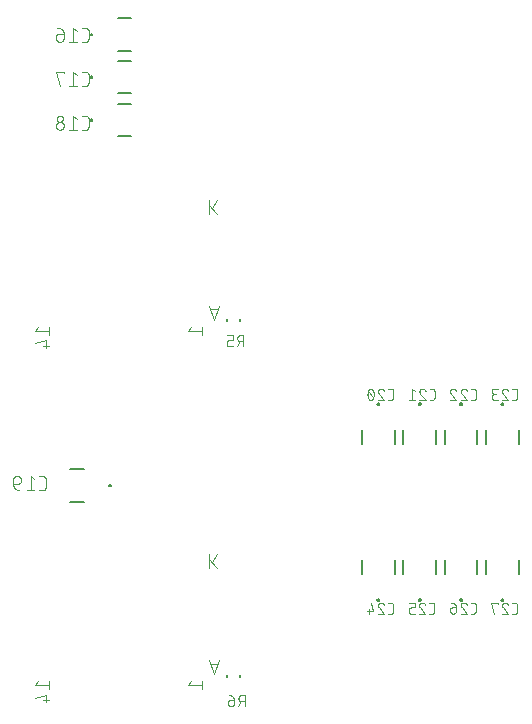
<source format=gbr>
G04 EAGLE Gerber RS-274X export*
G75*
%MOMM*%
%FSLAX34Y34*%
%LPD*%
%INSilkscreen Bottom*%
%IPPOS*%
%AMOC8*
5,1,8,0,0,1.08239X$1,22.5*%
G01*
%ADD10C,0.152400*%
%ADD11C,0.076200*%
%ADD12C,0.050800*%


D10*
X249158Y754416D02*
X260842Y754416D01*
X260842Y726984D02*
X249158Y726984D01*
X227822Y740700D02*
X227820Y740754D01*
X227814Y740808D01*
X227805Y740862D01*
X227791Y740915D01*
X227774Y740966D01*
X227753Y741017D01*
X227729Y741065D01*
X227701Y741112D01*
X227670Y741157D01*
X227636Y741199D01*
X227599Y741239D01*
X227559Y741276D01*
X227517Y741310D01*
X227472Y741341D01*
X227425Y741369D01*
X227377Y741393D01*
X227326Y741414D01*
X227275Y741431D01*
X227222Y741445D01*
X227168Y741454D01*
X227114Y741460D01*
X227060Y741462D01*
X227006Y741460D01*
X226952Y741454D01*
X226898Y741445D01*
X226845Y741431D01*
X226794Y741414D01*
X226743Y741393D01*
X226695Y741369D01*
X226648Y741341D01*
X226603Y741310D01*
X226561Y741276D01*
X226521Y741239D01*
X226484Y741199D01*
X226450Y741157D01*
X226419Y741112D01*
X226391Y741065D01*
X226367Y741017D01*
X226346Y740966D01*
X226329Y740915D01*
X226315Y740862D01*
X226306Y740808D01*
X226300Y740754D01*
X226298Y740700D01*
X226300Y740646D01*
X226306Y740592D01*
X226315Y740538D01*
X226329Y740485D01*
X226346Y740434D01*
X226367Y740383D01*
X226391Y740335D01*
X226419Y740288D01*
X226450Y740243D01*
X226484Y740201D01*
X226521Y740161D01*
X226561Y740124D01*
X226603Y740090D01*
X226648Y740059D01*
X226695Y740031D01*
X226743Y740007D01*
X226794Y739986D01*
X226845Y739969D01*
X226898Y739955D01*
X226952Y739946D01*
X227006Y739940D01*
X227060Y739938D01*
X227114Y739940D01*
X227168Y739946D01*
X227222Y739955D01*
X227275Y739969D01*
X227326Y739986D01*
X227377Y740007D01*
X227425Y740031D01*
X227472Y740059D01*
X227517Y740090D01*
X227559Y740124D01*
X227599Y740161D01*
X227636Y740201D01*
X227670Y740243D01*
X227701Y740288D01*
X227729Y740335D01*
X227753Y740383D01*
X227774Y740434D01*
X227791Y740485D01*
X227805Y740538D01*
X227814Y740592D01*
X227820Y740646D01*
X227822Y740700D01*
D11*
X221966Y734431D02*
X219313Y734431D01*
X221966Y734431D02*
X222068Y734433D01*
X222169Y734439D01*
X222270Y734449D01*
X222371Y734462D01*
X222471Y734480D01*
X222570Y734501D01*
X222669Y734526D01*
X222766Y734555D01*
X222863Y734587D01*
X222958Y734623D01*
X223051Y734663D01*
X223143Y734706D01*
X223233Y734753D01*
X223322Y734804D01*
X223408Y734857D01*
X223492Y734914D01*
X223574Y734974D01*
X223654Y735037D01*
X223731Y735103D01*
X223806Y735172D01*
X223878Y735244D01*
X223947Y735319D01*
X224013Y735396D01*
X224076Y735476D01*
X224136Y735558D01*
X224193Y735642D01*
X224246Y735728D01*
X224297Y735817D01*
X224344Y735907D01*
X224387Y735999D01*
X224427Y736092D01*
X224463Y736187D01*
X224495Y736284D01*
X224524Y736381D01*
X224549Y736480D01*
X224570Y736579D01*
X224588Y736679D01*
X224601Y736780D01*
X224611Y736881D01*
X224617Y736982D01*
X224619Y737084D01*
X224619Y743716D01*
X224617Y743818D01*
X224611Y743919D01*
X224601Y744020D01*
X224588Y744121D01*
X224570Y744221D01*
X224549Y744320D01*
X224524Y744419D01*
X224495Y744516D01*
X224463Y744613D01*
X224427Y744708D01*
X224387Y744801D01*
X224344Y744893D01*
X224297Y744983D01*
X224246Y745072D01*
X224193Y745158D01*
X224136Y745242D01*
X224076Y745324D01*
X224013Y745404D01*
X223947Y745481D01*
X223878Y745556D01*
X223806Y745628D01*
X223731Y745697D01*
X223654Y745763D01*
X223574Y745826D01*
X223492Y745886D01*
X223408Y745943D01*
X223322Y745996D01*
X223233Y746047D01*
X223143Y746094D01*
X223051Y746137D01*
X222958Y746177D01*
X222863Y746213D01*
X222766Y746245D01*
X222669Y746274D01*
X222570Y746299D01*
X222471Y746320D01*
X222371Y746338D01*
X222270Y746351D01*
X222169Y746361D01*
X222068Y746367D01*
X221966Y746369D01*
X219313Y746369D01*
X215065Y743716D02*
X211749Y746369D01*
X211749Y734431D01*
X215065Y734431D02*
X208433Y734431D01*
X203635Y741063D02*
X199656Y741063D01*
X199554Y741061D01*
X199453Y741055D01*
X199352Y741045D01*
X199251Y741032D01*
X199151Y741014D01*
X199052Y740993D01*
X198953Y740968D01*
X198856Y740939D01*
X198759Y740907D01*
X198664Y740871D01*
X198571Y740831D01*
X198479Y740788D01*
X198389Y740741D01*
X198300Y740690D01*
X198214Y740637D01*
X198130Y740580D01*
X198048Y740520D01*
X197968Y740457D01*
X197891Y740391D01*
X197816Y740322D01*
X197744Y740250D01*
X197675Y740175D01*
X197609Y740098D01*
X197546Y740018D01*
X197486Y739936D01*
X197429Y739852D01*
X197376Y739766D01*
X197325Y739677D01*
X197278Y739587D01*
X197235Y739495D01*
X197195Y739402D01*
X197159Y739307D01*
X197127Y739210D01*
X197098Y739113D01*
X197073Y739015D01*
X197052Y738915D01*
X197034Y738815D01*
X197021Y738714D01*
X197011Y738613D01*
X197005Y738512D01*
X197003Y738410D01*
X197003Y737747D01*
X197005Y737633D01*
X197011Y737518D01*
X197021Y737404D01*
X197035Y737291D01*
X197052Y737177D01*
X197074Y737065D01*
X197099Y736953D01*
X197129Y736843D01*
X197162Y736733D01*
X197199Y736625D01*
X197239Y736518D01*
X197284Y736412D01*
X197331Y736308D01*
X197383Y736206D01*
X197438Y736106D01*
X197496Y736007D01*
X197558Y735911D01*
X197623Y735816D01*
X197691Y735725D01*
X197763Y735635D01*
X197837Y735548D01*
X197914Y735464D01*
X197995Y735382D01*
X198078Y735303D01*
X198163Y735227D01*
X198252Y735154D01*
X198342Y735085D01*
X198435Y735018D01*
X198531Y734955D01*
X198628Y734895D01*
X198728Y734838D01*
X198829Y734785D01*
X198932Y734735D01*
X199037Y734689D01*
X199143Y734646D01*
X199251Y734608D01*
X199360Y734573D01*
X199470Y734542D01*
X199581Y734514D01*
X199693Y734491D01*
X199806Y734471D01*
X199919Y734455D01*
X200033Y734443D01*
X200147Y734435D01*
X200262Y734431D01*
X200376Y734431D01*
X200491Y734435D01*
X200605Y734443D01*
X200719Y734455D01*
X200832Y734471D01*
X200945Y734491D01*
X201057Y734514D01*
X201168Y734542D01*
X201278Y734573D01*
X201387Y734608D01*
X201495Y734646D01*
X201601Y734689D01*
X201706Y734735D01*
X201809Y734785D01*
X201910Y734838D01*
X202010Y734895D01*
X202107Y734955D01*
X202203Y735018D01*
X202296Y735085D01*
X202386Y735154D01*
X202475Y735227D01*
X202560Y735303D01*
X202643Y735382D01*
X202724Y735464D01*
X202801Y735548D01*
X202875Y735635D01*
X202947Y735725D01*
X203015Y735816D01*
X203080Y735911D01*
X203142Y736007D01*
X203200Y736106D01*
X203255Y736206D01*
X203307Y736308D01*
X203354Y736412D01*
X203399Y736518D01*
X203439Y736625D01*
X203476Y736733D01*
X203509Y736843D01*
X203539Y736953D01*
X203564Y737065D01*
X203586Y737177D01*
X203603Y737291D01*
X203617Y737404D01*
X203627Y737518D01*
X203633Y737633D01*
X203635Y737747D01*
X203635Y741063D01*
X203633Y741207D01*
X203627Y741350D01*
X203617Y741494D01*
X203604Y741637D01*
X203586Y741779D01*
X203565Y741921D01*
X203540Y742063D01*
X203511Y742204D01*
X203478Y742344D01*
X203442Y742483D01*
X203401Y742620D01*
X203357Y742757D01*
X203310Y742893D01*
X203258Y743027D01*
X203203Y743160D01*
X203145Y743291D01*
X203082Y743421D01*
X203017Y743548D01*
X202948Y743674D01*
X202875Y743799D01*
X202800Y743921D01*
X202721Y744041D01*
X202638Y744158D01*
X202553Y744274D01*
X202465Y744387D01*
X202373Y744498D01*
X202279Y744606D01*
X202181Y744712D01*
X202081Y744815D01*
X201978Y744915D01*
X201872Y745013D01*
X201764Y745107D01*
X201653Y745199D01*
X201540Y745287D01*
X201424Y745372D01*
X201307Y745455D01*
X201187Y745534D01*
X201065Y745609D01*
X200940Y745682D01*
X200814Y745751D01*
X200687Y745816D01*
X200557Y745879D01*
X200426Y745937D01*
X200293Y745992D01*
X200159Y746044D01*
X200023Y746091D01*
X199886Y746135D01*
X199749Y746176D01*
X199610Y746212D01*
X199470Y746245D01*
X199329Y746274D01*
X199187Y746299D01*
X199045Y746320D01*
X198903Y746338D01*
X198760Y746351D01*
X198616Y746361D01*
X198473Y746367D01*
X198329Y746369D01*
D10*
X249158Y718216D02*
X260842Y718216D01*
X260842Y690784D02*
X249158Y690784D01*
X227822Y704500D02*
X227820Y704554D01*
X227814Y704608D01*
X227805Y704662D01*
X227791Y704715D01*
X227774Y704766D01*
X227753Y704817D01*
X227729Y704865D01*
X227701Y704912D01*
X227670Y704957D01*
X227636Y704999D01*
X227599Y705039D01*
X227559Y705076D01*
X227517Y705110D01*
X227472Y705141D01*
X227425Y705169D01*
X227377Y705193D01*
X227326Y705214D01*
X227275Y705231D01*
X227222Y705245D01*
X227168Y705254D01*
X227114Y705260D01*
X227060Y705262D01*
X227006Y705260D01*
X226952Y705254D01*
X226898Y705245D01*
X226845Y705231D01*
X226794Y705214D01*
X226743Y705193D01*
X226695Y705169D01*
X226648Y705141D01*
X226603Y705110D01*
X226561Y705076D01*
X226521Y705039D01*
X226484Y704999D01*
X226450Y704957D01*
X226419Y704912D01*
X226391Y704865D01*
X226367Y704817D01*
X226346Y704766D01*
X226329Y704715D01*
X226315Y704662D01*
X226306Y704608D01*
X226300Y704554D01*
X226298Y704500D01*
X226300Y704446D01*
X226306Y704392D01*
X226315Y704338D01*
X226329Y704285D01*
X226346Y704234D01*
X226367Y704183D01*
X226391Y704135D01*
X226419Y704088D01*
X226450Y704043D01*
X226484Y704001D01*
X226521Y703961D01*
X226561Y703924D01*
X226603Y703890D01*
X226648Y703859D01*
X226695Y703831D01*
X226743Y703807D01*
X226794Y703786D01*
X226845Y703769D01*
X226898Y703755D01*
X226952Y703746D01*
X227006Y703740D01*
X227060Y703738D01*
X227114Y703740D01*
X227168Y703746D01*
X227222Y703755D01*
X227275Y703769D01*
X227326Y703786D01*
X227377Y703807D01*
X227425Y703831D01*
X227472Y703859D01*
X227517Y703890D01*
X227559Y703924D01*
X227599Y703961D01*
X227636Y704001D01*
X227670Y704043D01*
X227701Y704088D01*
X227729Y704135D01*
X227753Y704183D01*
X227774Y704234D01*
X227791Y704285D01*
X227805Y704338D01*
X227814Y704392D01*
X227820Y704446D01*
X227822Y704500D01*
D11*
X221966Y697231D02*
X219313Y697231D01*
X221966Y697231D02*
X222068Y697233D01*
X222169Y697239D01*
X222270Y697249D01*
X222371Y697262D01*
X222471Y697280D01*
X222570Y697301D01*
X222669Y697326D01*
X222766Y697355D01*
X222863Y697387D01*
X222958Y697423D01*
X223051Y697463D01*
X223143Y697506D01*
X223233Y697553D01*
X223322Y697604D01*
X223408Y697657D01*
X223492Y697714D01*
X223574Y697774D01*
X223654Y697837D01*
X223731Y697903D01*
X223806Y697972D01*
X223878Y698044D01*
X223947Y698119D01*
X224013Y698196D01*
X224076Y698276D01*
X224136Y698358D01*
X224193Y698442D01*
X224246Y698528D01*
X224297Y698617D01*
X224344Y698707D01*
X224387Y698799D01*
X224427Y698892D01*
X224463Y698987D01*
X224495Y699084D01*
X224524Y699181D01*
X224549Y699280D01*
X224570Y699379D01*
X224588Y699479D01*
X224601Y699580D01*
X224611Y699681D01*
X224617Y699782D01*
X224619Y699884D01*
X224619Y706516D01*
X224617Y706618D01*
X224611Y706719D01*
X224601Y706820D01*
X224588Y706921D01*
X224570Y707021D01*
X224549Y707120D01*
X224524Y707219D01*
X224495Y707316D01*
X224463Y707413D01*
X224427Y707508D01*
X224387Y707601D01*
X224344Y707693D01*
X224297Y707783D01*
X224246Y707872D01*
X224193Y707958D01*
X224136Y708042D01*
X224076Y708124D01*
X224013Y708204D01*
X223947Y708281D01*
X223878Y708356D01*
X223806Y708428D01*
X223731Y708497D01*
X223654Y708563D01*
X223574Y708626D01*
X223492Y708686D01*
X223408Y708743D01*
X223322Y708796D01*
X223233Y708847D01*
X223143Y708894D01*
X223051Y708937D01*
X222958Y708977D01*
X222863Y709013D01*
X222766Y709045D01*
X222669Y709074D01*
X222570Y709099D01*
X222471Y709120D01*
X222371Y709138D01*
X222270Y709151D01*
X222169Y709161D01*
X222068Y709167D01*
X221966Y709169D01*
X219313Y709169D01*
X215065Y706516D02*
X211749Y709169D01*
X211749Y697231D01*
X215065Y697231D02*
X208433Y697231D01*
X203635Y707843D02*
X203635Y709169D01*
X197003Y709169D01*
X200319Y697231D01*
D10*
X249158Y682016D02*
X260842Y682016D01*
X260842Y654584D02*
X249158Y654584D01*
X227822Y668300D02*
X227820Y668354D01*
X227814Y668408D01*
X227805Y668462D01*
X227791Y668515D01*
X227774Y668566D01*
X227753Y668617D01*
X227729Y668665D01*
X227701Y668712D01*
X227670Y668757D01*
X227636Y668799D01*
X227599Y668839D01*
X227559Y668876D01*
X227517Y668910D01*
X227472Y668941D01*
X227425Y668969D01*
X227377Y668993D01*
X227326Y669014D01*
X227275Y669031D01*
X227222Y669045D01*
X227168Y669054D01*
X227114Y669060D01*
X227060Y669062D01*
X227006Y669060D01*
X226952Y669054D01*
X226898Y669045D01*
X226845Y669031D01*
X226794Y669014D01*
X226743Y668993D01*
X226695Y668969D01*
X226648Y668941D01*
X226603Y668910D01*
X226561Y668876D01*
X226521Y668839D01*
X226484Y668799D01*
X226450Y668757D01*
X226419Y668712D01*
X226391Y668665D01*
X226367Y668617D01*
X226346Y668566D01*
X226329Y668515D01*
X226315Y668462D01*
X226306Y668408D01*
X226300Y668354D01*
X226298Y668300D01*
X226300Y668246D01*
X226306Y668192D01*
X226315Y668138D01*
X226329Y668085D01*
X226346Y668034D01*
X226367Y667983D01*
X226391Y667935D01*
X226419Y667888D01*
X226450Y667843D01*
X226484Y667801D01*
X226521Y667761D01*
X226561Y667724D01*
X226603Y667690D01*
X226648Y667659D01*
X226695Y667631D01*
X226743Y667607D01*
X226794Y667586D01*
X226845Y667569D01*
X226898Y667555D01*
X226952Y667546D01*
X227006Y667540D01*
X227060Y667538D01*
X227114Y667540D01*
X227168Y667546D01*
X227222Y667555D01*
X227275Y667569D01*
X227326Y667586D01*
X227377Y667607D01*
X227425Y667631D01*
X227472Y667659D01*
X227517Y667690D01*
X227559Y667724D01*
X227599Y667761D01*
X227636Y667801D01*
X227670Y667843D01*
X227701Y667888D01*
X227729Y667935D01*
X227753Y667983D01*
X227774Y668034D01*
X227791Y668085D01*
X227805Y668138D01*
X227814Y668192D01*
X227820Y668246D01*
X227822Y668300D01*
D11*
X221966Y660031D02*
X219313Y660031D01*
X221966Y660031D02*
X222068Y660033D01*
X222169Y660039D01*
X222270Y660049D01*
X222371Y660062D01*
X222471Y660080D01*
X222570Y660101D01*
X222669Y660126D01*
X222766Y660155D01*
X222863Y660187D01*
X222958Y660223D01*
X223051Y660263D01*
X223143Y660306D01*
X223233Y660353D01*
X223322Y660404D01*
X223408Y660457D01*
X223492Y660514D01*
X223574Y660574D01*
X223654Y660637D01*
X223731Y660703D01*
X223806Y660772D01*
X223878Y660844D01*
X223947Y660919D01*
X224013Y660996D01*
X224076Y661076D01*
X224136Y661158D01*
X224193Y661242D01*
X224246Y661328D01*
X224297Y661417D01*
X224344Y661507D01*
X224387Y661599D01*
X224427Y661692D01*
X224463Y661787D01*
X224495Y661884D01*
X224524Y661981D01*
X224549Y662080D01*
X224570Y662179D01*
X224588Y662279D01*
X224601Y662380D01*
X224611Y662481D01*
X224617Y662582D01*
X224619Y662684D01*
X224619Y669316D01*
X224617Y669418D01*
X224611Y669519D01*
X224601Y669620D01*
X224588Y669721D01*
X224570Y669821D01*
X224549Y669920D01*
X224524Y670019D01*
X224495Y670116D01*
X224463Y670213D01*
X224427Y670308D01*
X224387Y670401D01*
X224344Y670493D01*
X224297Y670583D01*
X224246Y670672D01*
X224193Y670758D01*
X224136Y670842D01*
X224076Y670924D01*
X224013Y671004D01*
X223947Y671081D01*
X223878Y671156D01*
X223806Y671228D01*
X223731Y671297D01*
X223654Y671363D01*
X223574Y671426D01*
X223492Y671486D01*
X223408Y671543D01*
X223322Y671596D01*
X223233Y671647D01*
X223143Y671694D01*
X223051Y671737D01*
X222958Y671777D01*
X222863Y671813D01*
X222766Y671845D01*
X222669Y671874D01*
X222570Y671899D01*
X222471Y671920D01*
X222371Y671938D01*
X222270Y671951D01*
X222169Y671961D01*
X222068Y671967D01*
X221966Y671969D01*
X219313Y671969D01*
X215065Y669316D02*
X211749Y671969D01*
X211749Y660031D01*
X215065Y660031D02*
X208433Y660031D01*
X203635Y663347D02*
X203633Y663461D01*
X203627Y663576D01*
X203617Y663690D01*
X203603Y663803D01*
X203586Y663917D01*
X203564Y664029D01*
X203539Y664141D01*
X203509Y664251D01*
X203476Y664361D01*
X203439Y664469D01*
X203399Y664576D01*
X203354Y664682D01*
X203307Y664786D01*
X203255Y664888D01*
X203200Y664988D01*
X203142Y665087D01*
X203080Y665183D01*
X203015Y665278D01*
X202947Y665369D01*
X202875Y665459D01*
X202801Y665546D01*
X202724Y665630D01*
X202643Y665712D01*
X202560Y665791D01*
X202475Y665867D01*
X202386Y665940D01*
X202296Y666009D01*
X202203Y666076D01*
X202107Y666139D01*
X202010Y666199D01*
X201910Y666256D01*
X201809Y666309D01*
X201706Y666359D01*
X201601Y666405D01*
X201495Y666448D01*
X201387Y666486D01*
X201278Y666521D01*
X201168Y666552D01*
X201057Y666580D01*
X200945Y666603D01*
X200832Y666623D01*
X200719Y666639D01*
X200605Y666651D01*
X200491Y666659D01*
X200376Y666663D01*
X200262Y666663D01*
X200147Y666659D01*
X200033Y666651D01*
X199919Y666639D01*
X199806Y666623D01*
X199693Y666603D01*
X199581Y666580D01*
X199470Y666552D01*
X199360Y666521D01*
X199251Y666486D01*
X199143Y666448D01*
X199037Y666405D01*
X198932Y666359D01*
X198829Y666309D01*
X198728Y666256D01*
X198628Y666199D01*
X198531Y666139D01*
X198435Y666076D01*
X198342Y666009D01*
X198252Y665940D01*
X198163Y665867D01*
X198078Y665791D01*
X197995Y665712D01*
X197914Y665630D01*
X197837Y665546D01*
X197763Y665459D01*
X197691Y665369D01*
X197623Y665278D01*
X197558Y665183D01*
X197496Y665087D01*
X197438Y664988D01*
X197383Y664888D01*
X197331Y664786D01*
X197284Y664682D01*
X197239Y664576D01*
X197199Y664469D01*
X197162Y664361D01*
X197129Y664251D01*
X197099Y664141D01*
X197074Y664029D01*
X197052Y663917D01*
X197035Y663803D01*
X197021Y663690D01*
X197011Y663576D01*
X197005Y663461D01*
X197003Y663347D01*
X197005Y663233D01*
X197011Y663118D01*
X197021Y663004D01*
X197035Y662891D01*
X197052Y662777D01*
X197074Y662665D01*
X197099Y662553D01*
X197129Y662443D01*
X197162Y662333D01*
X197199Y662225D01*
X197239Y662118D01*
X197284Y662012D01*
X197331Y661908D01*
X197383Y661806D01*
X197438Y661706D01*
X197496Y661607D01*
X197558Y661511D01*
X197623Y661416D01*
X197691Y661325D01*
X197763Y661235D01*
X197837Y661148D01*
X197914Y661064D01*
X197995Y660982D01*
X198078Y660903D01*
X198163Y660827D01*
X198252Y660754D01*
X198342Y660685D01*
X198435Y660618D01*
X198531Y660555D01*
X198628Y660495D01*
X198728Y660438D01*
X198829Y660385D01*
X198932Y660335D01*
X199037Y660289D01*
X199143Y660246D01*
X199251Y660208D01*
X199360Y660173D01*
X199470Y660142D01*
X199581Y660114D01*
X199693Y660091D01*
X199806Y660071D01*
X199919Y660055D01*
X200033Y660043D01*
X200147Y660035D01*
X200262Y660031D01*
X200376Y660031D01*
X200491Y660035D01*
X200605Y660043D01*
X200719Y660055D01*
X200832Y660071D01*
X200945Y660091D01*
X201057Y660114D01*
X201168Y660142D01*
X201278Y660173D01*
X201387Y660208D01*
X201495Y660246D01*
X201601Y660289D01*
X201706Y660335D01*
X201809Y660385D01*
X201910Y660438D01*
X202010Y660495D01*
X202107Y660555D01*
X202203Y660618D01*
X202296Y660685D01*
X202386Y660754D01*
X202475Y660827D01*
X202560Y660903D01*
X202643Y660982D01*
X202724Y661064D01*
X202801Y661148D01*
X202875Y661235D01*
X202947Y661325D01*
X203015Y661416D01*
X203080Y661511D01*
X203142Y661607D01*
X203200Y661706D01*
X203255Y661806D01*
X203307Y661908D01*
X203354Y662012D01*
X203399Y662118D01*
X203439Y662225D01*
X203476Y662333D01*
X203509Y662443D01*
X203539Y662553D01*
X203564Y662665D01*
X203586Y662777D01*
X203603Y662891D01*
X203617Y663004D01*
X203627Y663118D01*
X203633Y663233D01*
X203635Y663347D01*
X202972Y669316D02*
X202970Y669418D01*
X202964Y669519D01*
X202954Y669620D01*
X202941Y669721D01*
X202923Y669821D01*
X202902Y669920D01*
X202877Y670019D01*
X202848Y670116D01*
X202816Y670213D01*
X202780Y670308D01*
X202740Y670401D01*
X202697Y670493D01*
X202650Y670583D01*
X202599Y670672D01*
X202546Y670758D01*
X202489Y670842D01*
X202429Y670924D01*
X202366Y671004D01*
X202300Y671081D01*
X202231Y671156D01*
X202159Y671228D01*
X202084Y671297D01*
X202007Y671363D01*
X201927Y671426D01*
X201845Y671486D01*
X201761Y671543D01*
X201675Y671596D01*
X201586Y671647D01*
X201496Y671694D01*
X201404Y671737D01*
X201311Y671777D01*
X201216Y671813D01*
X201119Y671845D01*
X201022Y671874D01*
X200923Y671899D01*
X200824Y671920D01*
X200724Y671938D01*
X200623Y671951D01*
X200522Y671961D01*
X200421Y671967D01*
X200319Y671969D01*
X200217Y671967D01*
X200116Y671961D01*
X200015Y671951D01*
X199914Y671938D01*
X199814Y671920D01*
X199715Y671899D01*
X199616Y671874D01*
X199519Y671845D01*
X199422Y671813D01*
X199327Y671777D01*
X199234Y671737D01*
X199142Y671694D01*
X199052Y671647D01*
X198963Y671596D01*
X198877Y671543D01*
X198793Y671486D01*
X198711Y671426D01*
X198631Y671363D01*
X198554Y671297D01*
X198479Y671228D01*
X198407Y671156D01*
X198338Y671081D01*
X198272Y671004D01*
X198209Y670924D01*
X198149Y670842D01*
X198092Y670758D01*
X198039Y670672D01*
X197988Y670583D01*
X197941Y670493D01*
X197898Y670401D01*
X197858Y670308D01*
X197822Y670213D01*
X197790Y670116D01*
X197761Y670019D01*
X197736Y669920D01*
X197715Y669821D01*
X197697Y669721D01*
X197684Y669620D01*
X197674Y669519D01*
X197668Y669418D01*
X197666Y669316D01*
X197668Y669214D01*
X197674Y669113D01*
X197684Y669012D01*
X197697Y668911D01*
X197715Y668811D01*
X197736Y668712D01*
X197761Y668613D01*
X197790Y668516D01*
X197822Y668419D01*
X197858Y668324D01*
X197898Y668231D01*
X197941Y668139D01*
X197988Y668049D01*
X198039Y667960D01*
X198092Y667874D01*
X198149Y667790D01*
X198209Y667708D01*
X198272Y667628D01*
X198338Y667551D01*
X198407Y667476D01*
X198479Y667404D01*
X198554Y667335D01*
X198631Y667269D01*
X198711Y667206D01*
X198793Y667146D01*
X198877Y667089D01*
X198963Y667036D01*
X199052Y666985D01*
X199142Y666938D01*
X199234Y666895D01*
X199327Y666855D01*
X199422Y666819D01*
X199519Y666787D01*
X199616Y666758D01*
X199715Y666733D01*
X199814Y666712D01*
X199914Y666694D01*
X200015Y666681D01*
X200116Y666671D01*
X200217Y666665D01*
X200319Y666663D01*
X200421Y666665D01*
X200522Y666671D01*
X200623Y666681D01*
X200724Y666694D01*
X200824Y666712D01*
X200923Y666733D01*
X201022Y666758D01*
X201119Y666787D01*
X201216Y666819D01*
X201311Y666855D01*
X201404Y666895D01*
X201496Y666938D01*
X201586Y666985D01*
X201675Y667036D01*
X201761Y667089D01*
X201845Y667146D01*
X201927Y667206D01*
X202007Y667269D01*
X202084Y667335D01*
X202159Y667404D01*
X202231Y667476D01*
X202300Y667551D01*
X202366Y667628D01*
X202429Y667708D01*
X202489Y667790D01*
X202546Y667874D01*
X202599Y667960D01*
X202650Y668049D01*
X202697Y668139D01*
X202740Y668231D01*
X202780Y668324D01*
X202816Y668419D01*
X202848Y668516D01*
X202877Y668613D01*
X202902Y668712D01*
X202923Y668811D01*
X202941Y668911D01*
X202954Y669012D01*
X202964Y669113D01*
X202970Y669214D01*
X202972Y669316D01*
D10*
X342066Y499862D02*
X342066Y498338D01*
X352734Y498338D02*
X352734Y499862D01*
D12*
X355796Y486080D02*
X355796Y476588D01*
X355796Y486080D02*
X353159Y486080D01*
X353058Y486078D01*
X352957Y486072D01*
X352857Y486063D01*
X352756Y486049D01*
X352657Y486032D01*
X352558Y486011D01*
X352460Y485986D01*
X352363Y485957D01*
X352268Y485925D01*
X352173Y485889D01*
X352080Y485849D01*
X351989Y485806D01*
X351899Y485760D01*
X351811Y485710D01*
X351726Y485656D01*
X351642Y485600D01*
X351560Y485540D01*
X351481Y485477D01*
X351405Y485412D01*
X351330Y485343D01*
X351259Y485272D01*
X351190Y485197D01*
X351125Y485121D01*
X351062Y485042D01*
X351002Y484960D01*
X350946Y484876D01*
X350892Y484791D01*
X350842Y484703D01*
X350796Y484613D01*
X350753Y484522D01*
X350713Y484429D01*
X350677Y484334D01*
X350645Y484239D01*
X350616Y484142D01*
X350591Y484044D01*
X350570Y483945D01*
X350553Y483846D01*
X350539Y483745D01*
X350530Y483645D01*
X350524Y483544D01*
X350522Y483443D01*
X350524Y483342D01*
X350530Y483241D01*
X350539Y483141D01*
X350553Y483040D01*
X350570Y482941D01*
X350591Y482842D01*
X350616Y482744D01*
X350645Y482647D01*
X350677Y482552D01*
X350713Y482457D01*
X350753Y482364D01*
X350796Y482273D01*
X350842Y482183D01*
X350892Y482095D01*
X350946Y482010D01*
X351002Y481926D01*
X351062Y481844D01*
X351125Y481765D01*
X351190Y481689D01*
X351259Y481614D01*
X351330Y481543D01*
X351405Y481474D01*
X351481Y481409D01*
X351560Y481346D01*
X351642Y481286D01*
X351726Y481230D01*
X351811Y481176D01*
X351899Y481126D01*
X351989Y481080D01*
X352080Y481037D01*
X352173Y480997D01*
X352268Y480961D01*
X352363Y480929D01*
X352460Y480900D01*
X352558Y480875D01*
X352657Y480854D01*
X352756Y480837D01*
X352857Y480823D01*
X352957Y480814D01*
X353058Y480808D01*
X353159Y480806D01*
X353159Y480807D02*
X355796Y480807D01*
X352632Y480807D02*
X350523Y476588D01*
X346843Y476588D02*
X343679Y476588D01*
X343589Y476590D01*
X343500Y476596D01*
X343411Y476605D01*
X343323Y476618D01*
X343235Y476635D01*
X343148Y476656D01*
X343061Y476680D01*
X342976Y476708D01*
X342893Y476740D01*
X342810Y476775D01*
X342730Y476814D01*
X342650Y476856D01*
X342573Y476901D01*
X342498Y476950D01*
X342425Y477001D01*
X342354Y477056D01*
X342286Y477114D01*
X342220Y477174D01*
X342156Y477238D01*
X342096Y477304D01*
X342038Y477372D01*
X341983Y477443D01*
X341932Y477516D01*
X341883Y477591D01*
X341838Y477668D01*
X341796Y477748D01*
X341757Y477828D01*
X341722Y477911D01*
X341690Y477994D01*
X341662Y478079D01*
X341638Y478166D01*
X341617Y478253D01*
X341600Y478341D01*
X341587Y478429D01*
X341578Y478518D01*
X341572Y478607D01*
X341570Y478697D01*
X341570Y479752D01*
X341572Y479842D01*
X341578Y479931D01*
X341587Y480020D01*
X341600Y480108D01*
X341617Y480196D01*
X341638Y480283D01*
X341662Y480370D01*
X341690Y480455D01*
X341722Y480538D01*
X341757Y480621D01*
X341796Y480701D01*
X341838Y480781D01*
X341883Y480858D01*
X341932Y480933D01*
X341983Y481006D01*
X342038Y481077D01*
X342096Y481145D01*
X342156Y481211D01*
X342220Y481275D01*
X342286Y481335D01*
X342354Y481393D01*
X342425Y481448D01*
X342498Y481499D01*
X342573Y481548D01*
X342650Y481593D01*
X342730Y481635D01*
X342810Y481674D01*
X342893Y481709D01*
X342976Y481741D01*
X343061Y481769D01*
X343148Y481793D01*
X343235Y481814D01*
X343323Y481831D01*
X343411Y481844D01*
X343500Y481853D01*
X343589Y481859D01*
X343679Y481861D01*
X346843Y481861D01*
X346843Y486080D01*
X341570Y486080D01*
D11*
X330814Y499073D02*
X326835Y511011D01*
X334794Y511011D02*
X330814Y499073D01*
X333799Y508027D02*
X327830Y508027D01*
X326835Y588989D02*
X326835Y600927D01*
X326835Y596284D02*
X333467Y588989D01*
X329488Y593632D02*
X333467Y600927D01*
X311708Y493231D02*
X309055Y489915D01*
X320993Y489915D01*
X320993Y493231D02*
X320993Y486599D01*
X181660Y493231D02*
X179007Y489915D01*
X190945Y489915D01*
X190945Y493231D02*
X190945Y486599D01*
X188292Y481801D02*
X179007Y479148D01*
X188292Y481801D02*
X188292Y475169D01*
X185639Y477159D02*
X190945Y477159D01*
D10*
X209158Y345084D02*
X220842Y345084D01*
X220842Y372516D02*
X209158Y372516D01*
X242178Y358800D02*
X242180Y358746D01*
X242186Y358692D01*
X242195Y358638D01*
X242209Y358585D01*
X242226Y358534D01*
X242247Y358483D01*
X242271Y358435D01*
X242299Y358388D01*
X242330Y358343D01*
X242364Y358301D01*
X242401Y358261D01*
X242441Y358224D01*
X242483Y358190D01*
X242528Y358159D01*
X242575Y358131D01*
X242623Y358107D01*
X242674Y358086D01*
X242725Y358069D01*
X242778Y358055D01*
X242832Y358046D01*
X242886Y358040D01*
X242940Y358038D01*
X242994Y358040D01*
X243048Y358046D01*
X243102Y358055D01*
X243155Y358069D01*
X243206Y358086D01*
X243257Y358107D01*
X243305Y358131D01*
X243352Y358159D01*
X243397Y358190D01*
X243439Y358224D01*
X243479Y358261D01*
X243516Y358301D01*
X243550Y358343D01*
X243581Y358388D01*
X243609Y358435D01*
X243633Y358483D01*
X243654Y358534D01*
X243671Y358585D01*
X243685Y358638D01*
X243694Y358692D01*
X243700Y358746D01*
X243702Y358800D01*
X243700Y358854D01*
X243694Y358908D01*
X243685Y358962D01*
X243671Y359015D01*
X243654Y359066D01*
X243633Y359117D01*
X243609Y359165D01*
X243581Y359212D01*
X243550Y359257D01*
X243516Y359299D01*
X243479Y359339D01*
X243439Y359376D01*
X243397Y359410D01*
X243352Y359441D01*
X243305Y359469D01*
X243257Y359493D01*
X243206Y359514D01*
X243155Y359531D01*
X243102Y359545D01*
X243048Y359554D01*
X242994Y359560D01*
X242940Y359562D01*
X242886Y359560D01*
X242832Y359554D01*
X242778Y359545D01*
X242725Y359531D01*
X242674Y359514D01*
X242623Y359493D01*
X242575Y359469D01*
X242528Y359441D01*
X242483Y359410D01*
X242441Y359376D01*
X242401Y359339D01*
X242364Y359299D01*
X242330Y359257D01*
X242299Y359212D01*
X242271Y359165D01*
X242247Y359117D01*
X242226Y359066D01*
X242209Y359015D01*
X242195Y358962D01*
X242186Y358908D01*
X242180Y358854D01*
X242178Y358800D01*
D11*
X185732Y354831D02*
X183079Y354831D01*
X185732Y354831D02*
X185834Y354833D01*
X185935Y354839D01*
X186036Y354849D01*
X186137Y354862D01*
X186237Y354880D01*
X186336Y354901D01*
X186435Y354926D01*
X186532Y354955D01*
X186629Y354987D01*
X186724Y355023D01*
X186817Y355063D01*
X186909Y355106D01*
X186999Y355153D01*
X187088Y355204D01*
X187174Y355257D01*
X187258Y355314D01*
X187340Y355374D01*
X187420Y355437D01*
X187497Y355503D01*
X187572Y355572D01*
X187644Y355644D01*
X187713Y355719D01*
X187779Y355796D01*
X187842Y355876D01*
X187902Y355958D01*
X187959Y356042D01*
X188012Y356128D01*
X188063Y356217D01*
X188110Y356307D01*
X188153Y356399D01*
X188193Y356492D01*
X188229Y356587D01*
X188261Y356684D01*
X188290Y356781D01*
X188315Y356880D01*
X188336Y356979D01*
X188354Y357079D01*
X188367Y357180D01*
X188377Y357281D01*
X188383Y357382D01*
X188385Y357484D01*
X188385Y364116D01*
X188383Y364218D01*
X188377Y364319D01*
X188367Y364420D01*
X188354Y364521D01*
X188336Y364621D01*
X188315Y364720D01*
X188290Y364819D01*
X188261Y364916D01*
X188229Y365013D01*
X188193Y365108D01*
X188153Y365201D01*
X188110Y365293D01*
X188063Y365383D01*
X188012Y365472D01*
X187959Y365558D01*
X187902Y365642D01*
X187842Y365724D01*
X187779Y365804D01*
X187713Y365881D01*
X187644Y365956D01*
X187572Y366028D01*
X187497Y366097D01*
X187420Y366163D01*
X187340Y366226D01*
X187258Y366286D01*
X187174Y366343D01*
X187088Y366396D01*
X186999Y366447D01*
X186909Y366494D01*
X186817Y366537D01*
X186724Y366577D01*
X186629Y366613D01*
X186532Y366645D01*
X186435Y366674D01*
X186336Y366699D01*
X186237Y366720D01*
X186137Y366738D01*
X186036Y366751D01*
X185935Y366761D01*
X185834Y366767D01*
X185732Y366769D01*
X183079Y366769D01*
X178831Y364116D02*
X175515Y366769D01*
X175515Y354831D01*
X178831Y354831D02*
X172199Y354831D01*
X164748Y360137D02*
X160769Y360137D01*
X164748Y360137D02*
X164850Y360139D01*
X164951Y360145D01*
X165052Y360155D01*
X165153Y360168D01*
X165253Y360186D01*
X165352Y360207D01*
X165451Y360232D01*
X165548Y360261D01*
X165645Y360293D01*
X165740Y360329D01*
X165833Y360369D01*
X165925Y360412D01*
X166015Y360459D01*
X166104Y360510D01*
X166190Y360563D01*
X166274Y360620D01*
X166356Y360680D01*
X166436Y360743D01*
X166513Y360809D01*
X166588Y360878D01*
X166660Y360950D01*
X166729Y361025D01*
X166795Y361102D01*
X166858Y361182D01*
X166918Y361264D01*
X166975Y361348D01*
X167028Y361434D01*
X167079Y361523D01*
X167126Y361613D01*
X167169Y361705D01*
X167209Y361798D01*
X167245Y361893D01*
X167277Y361990D01*
X167306Y362087D01*
X167331Y362186D01*
X167352Y362285D01*
X167370Y362385D01*
X167383Y362486D01*
X167393Y362587D01*
X167399Y362688D01*
X167401Y362790D01*
X167401Y363453D01*
X167399Y363567D01*
X167393Y363682D01*
X167383Y363796D01*
X167369Y363909D01*
X167352Y364023D01*
X167330Y364135D01*
X167305Y364247D01*
X167275Y364357D01*
X167242Y364467D01*
X167205Y364575D01*
X167165Y364682D01*
X167120Y364788D01*
X167073Y364892D01*
X167021Y364994D01*
X166966Y365094D01*
X166908Y365193D01*
X166846Y365289D01*
X166781Y365384D01*
X166713Y365475D01*
X166641Y365565D01*
X166567Y365652D01*
X166490Y365736D01*
X166409Y365818D01*
X166326Y365897D01*
X166241Y365973D01*
X166152Y366046D01*
X166062Y366115D01*
X165969Y366182D01*
X165873Y366245D01*
X165776Y366305D01*
X165676Y366362D01*
X165575Y366415D01*
X165472Y366465D01*
X165367Y366511D01*
X165261Y366554D01*
X165153Y366592D01*
X165044Y366627D01*
X164934Y366658D01*
X164823Y366686D01*
X164711Y366709D01*
X164598Y366729D01*
X164485Y366745D01*
X164371Y366757D01*
X164257Y366765D01*
X164142Y366769D01*
X164028Y366769D01*
X163913Y366765D01*
X163799Y366757D01*
X163685Y366745D01*
X163572Y366729D01*
X163459Y366709D01*
X163347Y366686D01*
X163236Y366658D01*
X163126Y366627D01*
X163017Y366592D01*
X162909Y366554D01*
X162803Y366511D01*
X162698Y366465D01*
X162595Y366415D01*
X162494Y366362D01*
X162394Y366305D01*
X162297Y366245D01*
X162201Y366182D01*
X162108Y366115D01*
X162018Y366046D01*
X161929Y365973D01*
X161844Y365897D01*
X161761Y365818D01*
X161680Y365736D01*
X161603Y365652D01*
X161529Y365565D01*
X161457Y365475D01*
X161389Y365384D01*
X161324Y365289D01*
X161262Y365193D01*
X161204Y365094D01*
X161149Y364994D01*
X161097Y364892D01*
X161050Y364788D01*
X161005Y364682D01*
X160965Y364575D01*
X160928Y364467D01*
X160895Y364357D01*
X160865Y364247D01*
X160840Y364135D01*
X160818Y364023D01*
X160801Y363909D01*
X160787Y363796D01*
X160777Y363682D01*
X160771Y363567D01*
X160769Y363453D01*
X160769Y360137D01*
X160771Y359993D01*
X160777Y359850D01*
X160787Y359706D01*
X160800Y359563D01*
X160818Y359421D01*
X160839Y359279D01*
X160864Y359137D01*
X160893Y358996D01*
X160926Y358856D01*
X160962Y358717D01*
X161003Y358580D01*
X161047Y358443D01*
X161094Y358307D01*
X161146Y358173D01*
X161201Y358040D01*
X161259Y357909D01*
X161322Y357779D01*
X161387Y357652D01*
X161456Y357526D01*
X161529Y357401D01*
X161604Y357279D01*
X161683Y357159D01*
X161766Y357041D01*
X161851Y356926D01*
X161939Y356813D01*
X162031Y356702D01*
X162125Y356594D01*
X162223Y356488D01*
X162323Y356385D01*
X162426Y356285D01*
X162532Y356187D01*
X162640Y356093D01*
X162751Y356001D01*
X162864Y355913D01*
X162980Y355828D01*
X163097Y355745D01*
X163217Y355666D01*
X163339Y355591D01*
X163464Y355518D01*
X163590Y355449D01*
X163718Y355383D01*
X163847Y355321D01*
X163978Y355263D01*
X164111Y355208D01*
X164245Y355156D01*
X164381Y355109D01*
X164518Y355065D01*
X164656Y355024D01*
X164794Y354988D01*
X164934Y354955D01*
X165075Y354926D01*
X165217Y354901D01*
X165359Y354880D01*
X165501Y354862D01*
X165644Y354849D01*
X165788Y354839D01*
X165931Y354833D01*
X166075Y354831D01*
X326835Y211011D02*
X330814Y199073D01*
X334794Y211011D01*
X333799Y208027D02*
X327830Y208027D01*
X326835Y288989D02*
X326835Y300927D01*
X326835Y296284D02*
X333467Y288989D01*
X329488Y293632D02*
X333467Y300927D01*
X311708Y193231D02*
X309055Y189915D01*
X320993Y189915D01*
X320993Y193231D02*
X320993Y186599D01*
X181660Y193231D02*
X179007Y189915D01*
X190945Y189915D01*
X190945Y193231D02*
X190945Y186599D01*
X188292Y181801D02*
X179007Y179148D01*
X188292Y181801D02*
X188292Y175169D01*
X185639Y177159D02*
X190945Y177159D01*
D10*
X342066Y196488D02*
X342066Y198012D01*
X352734Y198012D02*
X352734Y196488D01*
D12*
X356796Y181230D02*
X356796Y171738D01*
X356796Y181230D02*
X354159Y181230D01*
X354058Y181228D01*
X353957Y181222D01*
X353857Y181213D01*
X353756Y181199D01*
X353657Y181182D01*
X353558Y181161D01*
X353460Y181136D01*
X353363Y181107D01*
X353268Y181075D01*
X353173Y181039D01*
X353080Y180999D01*
X352989Y180956D01*
X352899Y180910D01*
X352811Y180860D01*
X352726Y180806D01*
X352642Y180750D01*
X352560Y180690D01*
X352481Y180627D01*
X352405Y180562D01*
X352330Y180493D01*
X352259Y180422D01*
X352190Y180347D01*
X352125Y180271D01*
X352062Y180192D01*
X352002Y180110D01*
X351946Y180026D01*
X351892Y179941D01*
X351842Y179853D01*
X351796Y179763D01*
X351753Y179672D01*
X351713Y179579D01*
X351677Y179484D01*
X351645Y179389D01*
X351616Y179292D01*
X351591Y179194D01*
X351570Y179095D01*
X351553Y178996D01*
X351539Y178895D01*
X351530Y178795D01*
X351524Y178694D01*
X351522Y178593D01*
X351524Y178492D01*
X351530Y178391D01*
X351539Y178291D01*
X351553Y178190D01*
X351570Y178091D01*
X351591Y177992D01*
X351616Y177894D01*
X351645Y177797D01*
X351677Y177702D01*
X351713Y177607D01*
X351753Y177514D01*
X351796Y177423D01*
X351842Y177333D01*
X351892Y177245D01*
X351946Y177160D01*
X352002Y177076D01*
X352062Y176994D01*
X352125Y176915D01*
X352190Y176839D01*
X352259Y176764D01*
X352330Y176693D01*
X352405Y176624D01*
X352481Y176559D01*
X352560Y176496D01*
X352642Y176436D01*
X352726Y176380D01*
X352811Y176326D01*
X352899Y176276D01*
X352989Y176230D01*
X353080Y176187D01*
X353173Y176147D01*
X353268Y176111D01*
X353363Y176079D01*
X353460Y176050D01*
X353558Y176025D01*
X353657Y176004D01*
X353756Y175987D01*
X353857Y175973D01*
X353957Y175964D01*
X354058Y175958D01*
X354159Y175956D01*
X354159Y175957D02*
X356796Y175957D01*
X353632Y175957D02*
X351523Y171738D01*
X347843Y177011D02*
X344679Y177011D01*
X344589Y177009D01*
X344500Y177003D01*
X344411Y176994D01*
X344323Y176981D01*
X344235Y176964D01*
X344148Y176943D01*
X344061Y176919D01*
X343976Y176891D01*
X343893Y176859D01*
X343810Y176824D01*
X343730Y176785D01*
X343650Y176743D01*
X343573Y176698D01*
X343498Y176649D01*
X343425Y176598D01*
X343354Y176543D01*
X343286Y176485D01*
X343220Y176425D01*
X343156Y176361D01*
X343096Y176295D01*
X343038Y176227D01*
X342983Y176156D01*
X342932Y176083D01*
X342883Y176008D01*
X342838Y175931D01*
X342796Y175851D01*
X342757Y175771D01*
X342722Y175688D01*
X342690Y175605D01*
X342662Y175520D01*
X342638Y175433D01*
X342617Y175346D01*
X342600Y175258D01*
X342587Y175170D01*
X342578Y175081D01*
X342572Y174992D01*
X342570Y174902D01*
X342570Y174375D01*
X342572Y174274D01*
X342578Y174173D01*
X342587Y174073D01*
X342601Y173972D01*
X342618Y173873D01*
X342639Y173774D01*
X342664Y173676D01*
X342693Y173579D01*
X342725Y173484D01*
X342761Y173389D01*
X342801Y173296D01*
X342844Y173205D01*
X342890Y173115D01*
X342940Y173027D01*
X342994Y172942D01*
X343050Y172858D01*
X343110Y172776D01*
X343173Y172697D01*
X343238Y172621D01*
X343307Y172546D01*
X343378Y172475D01*
X343453Y172406D01*
X343529Y172341D01*
X343608Y172278D01*
X343690Y172218D01*
X343774Y172162D01*
X343859Y172108D01*
X343947Y172058D01*
X344037Y172012D01*
X344128Y171969D01*
X344221Y171929D01*
X344316Y171893D01*
X344411Y171861D01*
X344508Y171832D01*
X344606Y171807D01*
X344705Y171786D01*
X344804Y171769D01*
X344905Y171755D01*
X345005Y171746D01*
X345106Y171740D01*
X345207Y171738D01*
X345308Y171740D01*
X345409Y171746D01*
X345509Y171755D01*
X345610Y171769D01*
X345709Y171786D01*
X345808Y171807D01*
X345906Y171832D01*
X346003Y171861D01*
X346098Y171893D01*
X346193Y171929D01*
X346286Y171969D01*
X346377Y172012D01*
X346467Y172058D01*
X346555Y172108D01*
X346640Y172162D01*
X346724Y172218D01*
X346806Y172278D01*
X346885Y172341D01*
X346961Y172406D01*
X347036Y172475D01*
X347107Y172546D01*
X347176Y172621D01*
X347241Y172697D01*
X347304Y172776D01*
X347364Y172858D01*
X347420Y172942D01*
X347474Y173027D01*
X347524Y173115D01*
X347570Y173205D01*
X347613Y173296D01*
X347653Y173389D01*
X347689Y173484D01*
X347721Y173579D01*
X347750Y173676D01*
X347775Y173774D01*
X347796Y173873D01*
X347813Y173972D01*
X347827Y174073D01*
X347836Y174173D01*
X347842Y174274D01*
X347844Y174375D01*
X347843Y174375D02*
X347843Y177011D01*
X347844Y177011D02*
X347842Y177138D01*
X347836Y177266D01*
X347827Y177393D01*
X347813Y177520D01*
X347796Y177646D01*
X347775Y177771D01*
X347750Y177896D01*
X347721Y178021D01*
X347689Y178144D01*
X347653Y178266D01*
X347613Y178387D01*
X347570Y178507D01*
X347523Y178626D01*
X347472Y178743D01*
X347418Y178858D01*
X347361Y178972D01*
X347300Y179084D01*
X347236Y179194D01*
X347168Y179302D01*
X347097Y179408D01*
X347023Y179511D01*
X346946Y179613D01*
X346866Y179712D01*
X346783Y179809D01*
X346697Y179903D01*
X346608Y179994D01*
X346517Y180083D01*
X346423Y180169D01*
X346326Y180252D01*
X346227Y180332D01*
X346125Y180409D01*
X346022Y180483D01*
X345916Y180554D01*
X345808Y180622D01*
X345698Y180686D01*
X345586Y180747D01*
X345472Y180804D01*
X345357Y180858D01*
X345240Y180909D01*
X345121Y180956D01*
X345001Y180999D01*
X344880Y181039D01*
X344758Y181075D01*
X344635Y181107D01*
X344511Y181136D01*
X344386Y181161D01*
X344260Y181182D01*
X344134Y181199D01*
X344007Y181213D01*
X343880Y181222D01*
X343752Y181228D01*
X343625Y181230D01*
D10*
X456284Y284158D02*
X456284Y295842D01*
X483716Y295842D02*
X483716Y284158D01*
X470000Y262822D02*
X469946Y262820D01*
X469892Y262814D01*
X469838Y262805D01*
X469785Y262791D01*
X469734Y262774D01*
X469683Y262753D01*
X469635Y262729D01*
X469588Y262701D01*
X469543Y262670D01*
X469501Y262636D01*
X469461Y262599D01*
X469424Y262559D01*
X469390Y262517D01*
X469359Y262472D01*
X469331Y262425D01*
X469307Y262377D01*
X469286Y262326D01*
X469269Y262275D01*
X469255Y262222D01*
X469246Y262168D01*
X469240Y262114D01*
X469238Y262060D01*
X469240Y262006D01*
X469246Y261952D01*
X469255Y261898D01*
X469269Y261845D01*
X469286Y261794D01*
X469307Y261743D01*
X469331Y261695D01*
X469359Y261648D01*
X469390Y261603D01*
X469424Y261561D01*
X469461Y261521D01*
X469501Y261484D01*
X469543Y261450D01*
X469588Y261419D01*
X469635Y261391D01*
X469683Y261367D01*
X469734Y261346D01*
X469785Y261329D01*
X469838Y261315D01*
X469892Y261306D01*
X469946Y261300D01*
X470000Y261298D01*
X470054Y261300D01*
X470108Y261306D01*
X470162Y261315D01*
X470215Y261329D01*
X470266Y261346D01*
X470317Y261367D01*
X470365Y261391D01*
X470412Y261419D01*
X470457Y261450D01*
X470499Y261484D01*
X470539Y261521D01*
X470576Y261561D01*
X470610Y261603D01*
X470641Y261648D01*
X470669Y261695D01*
X470693Y261743D01*
X470714Y261794D01*
X470731Y261845D01*
X470745Y261898D01*
X470754Y261952D01*
X470760Y262006D01*
X470762Y262060D01*
X470760Y262114D01*
X470754Y262168D01*
X470745Y262222D01*
X470731Y262275D01*
X470714Y262326D01*
X470693Y262377D01*
X470669Y262425D01*
X470641Y262472D01*
X470610Y262517D01*
X470576Y262559D01*
X470539Y262599D01*
X470499Y262636D01*
X470457Y262670D01*
X470412Y262701D01*
X470365Y262729D01*
X470317Y262753D01*
X470266Y262774D01*
X470215Y262791D01*
X470162Y262805D01*
X470108Y262814D01*
X470054Y262820D01*
X470000Y262822D01*
D12*
X478177Y250254D02*
X480287Y250254D01*
X480377Y250256D01*
X480466Y250262D01*
X480555Y250271D01*
X480643Y250284D01*
X480731Y250301D01*
X480818Y250322D01*
X480905Y250346D01*
X480990Y250374D01*
X481073Y250406D01*
X481156Y250441D01*
X481236Y250480D01*
X481316Y250522D01*
X481393Y250567D01*
X481468Y250616D01*
X481541Y250667D01*
X481612Y250722D01*
X481680Y250780D01*
X481746Y250840D01*
X481810Y250904D01*
X481870Y250970D01*
X481928Y251038D01*
X481983Y251109D01*
X482034Y251182D01*
X482083Y251257D01*
X482128Y251334D01*
X482170Y251414D01*
X482209Y251494D01*
X482244Y251577D01*
X482276Y251660D01*
X482304Y251745D01*
X482328Y251832D01*
X482349Y251919D01*
X482366Y252007D01*
X482379Y252095D01*
X482388Y252184D01*
X482394Y252273D01*
X482396Y252363D01*
X482396Y257637D01*
X482394Y257727D01*
X482388Y257816D01*
X482379Y257905D01*
X482366Y257993D01*
X482349Y258081D01*
X482328Y258168D01*
X482304Y258255D01*
X482276Y258340D01*
X482244Y258423D01*
X482209Y258506D01*
X482170Y258586D01*
X482128Y258666D01*
X482083Y258743D01*
X482034Y258818D01*
X481983Y258891D01*
X481928Y258962D01*
X481870Y259030D01*
X481810Y259096D01*
X481746Y259160D01*
X481680Y259220D01*
X481612Y259278D01*
X481541Y259333D01*
X481468Y259384D01*
X481393Y259433D01*
X481316Y259478D01*
X481236Y259520D01*
X481156Y259559D01*
X481073Y259594D01*
X480990Y259626D01*
X480905Y259654D01*
X480818Y259678D01*
X480731Y259699D01*
X480643Y259716D01*
X480555Y259729D01*
X480466Y259738D01*
X480377Y259744D01*
X480287Y259746D01*
X478177Y259746D01*
X471974Y259746D02*
X471878Y259744D01*
X471783Y259738D01*
X471688Y259729D01*
X471593Y259715D01*
X471499Y259698D01*
X471406Y259677D01*
X471314Y259652D01*
X471223Y259624D01*
X471133Y259592D01*
X471044Y259556D01*
X470957Y259517D01*
X470871Y259474D01*
X470788Y259428D01*
X470706Y259379D01*
X470626Y259326D01*
X470548Y259270D01*
X470473Y259211D01*
X470400Y259149D01*
X470330Y259084D01*
X470263Y259017D01*
X470198Y258947D01*
X470136Y258874D01*
X470077Y258799D01*
X470021Y258721D01*
X469968Y258641D01*
X469919Y258560D01*
X469873Y258476D01*
X469830Y258390D01*
X469791Y258303D01*
X469755Y258214D01*
X469723Y258124D01*
X469695Y258033D01*
X469670Y257941D01*
X469649Y257848D01*
X469632Y257754D01*
X469618Y257659D01*
X469609Y257564D01*
X469603Y257469D01*
X469601Y257373D01*
X471974Y259746D02*
X472084Y259744D01*
X472193Y259738D01*
X472302Y259728D01*
X472411Y259715D01*
X472519Y259697D01*
X472626Y259675D01*
X472733Y259650D01*
X472838Y259621D01*
X472943Y259588D01*
X473046Y259551D01*
X473148Y259511D01*
X473248Y259467D01*
X473347Y259419D01*
X473444Y259368D01*
X473539Y259314D01*
X473632Y259256D01*
X473723Y259195D01*
X473811Y259130D01*
X473898Y259063D01*
X473981Y258992D01*
X474062Y258918D01*
X474141Y258842D01*
X474217Y258763D01*
X474289Y258681D01*
X474359Y258596D01*
X474426Y258509D01*
X474489Y258420D01*
X474550Y258329D01*
X474607Y258235D01*
X474660Y258140D01*
X474710Y258042D01*
X474757Y257943D01*
X474800Y257842D01*
X474839Y257740D01*
X474875Y257636D01*
X470392Y255527D02*
X470322Y255596D01*
X470255Y255668D01*
X470191Y255742D01*
X470129Y255819D01*
X470071Y255898D01*
X470016Y255979D01*
X469964Y256063D01*
X469915Y256148D01*
X469869Y256235D01*
X469827Y256324D01*
X469788Y256414D01*
X469753Y256506D01*
X469721Y256599D01*
X469693Y256693D01*
X469669Y256788D01*
X469648Y256885D01*
X469631Y256981D01*
X469618Y257079D01*
X469609Y257177D01*
X469603Y257275D01*
X469601Y257373D01*
X470392Y255527D02*
X474875Y250254D01*
X469601Y250254D01*
X465875Y252363D02*
X463765Y259746D01*
X465875Y252363D02*
X460601Y252363D01*
X462183Y250254D02*
X462183Y254473D01*
D10*
X491284Y284158D02*
X491284Y295842D01*
X518716Y295842D02*
X518716Y284158D01*
X505000Y262822D02*
X504946Y262820D01*
X504892Y262814D01*
X504838Y262805D01*
X504785Y262791D01*
X504734Y262774D01*
X504683Y262753D01*
X504635Y262729D01*
X504588Y262701D01*
X504543Y262670D01*
X504501Y262636D01*
X504461Y262599D01*
X504424Y262559D01*
X504390Y262517D01*
X504359Y262472D01*
X504331Y262425D01*
X504307Y262377D01*
X504286Y262326D01*
X504269Y262275D01*
X504255Y262222D01*
X504246Y262168D01*
X504240Y262114D01*
X504238Y262060D01*
X504240Y262006D01*
X504246Y261952D01*
X504255Y261898D01*
X504269Y261845D01*
X504286Y261794D01*
X504307Y261743D01*
X504331Y261695D01*
X504359Y261648D01*
X504390Y261603D01*
X504424Y261561D01*
X504461Y261521D01*
X504501Y261484D01*
X504543Y261450D01*
X504588Y261419D01*
X504635Y261391D01*
X504683Y261367D01*
X504734Y261346D01*
X504785Y261329D01*
X504838Y261315D01*
X504892Y261306D01*
X504946Y261300D01*
X505000Y261298D01*
X505054Y261300D01*
X505108Y261306D01*
X505162Y261315D01*
X505215Y261329D01*
X505266Y261346D01*
X505317Y261367D01*
X505365Y261391D01*
X505412Y261419D01*
X505457Y261450D01*
X505499Y261484D01*
X505539Y261521D01*
X505576Y261561D01*
X505610Y261603D01*
X505641Y261648D01*
X505669Y261695D01*
X505693Y261743D01*
X505714Y261794D01*
X505731Y261845D01*
X505745Y261898D01*
X505754Y261952D01*
X505760Y262006D01*
X505762Y262060D01*
X505760Y262114D01*
X505754Y262168D01*
X505745Y262222D01*
X505731Y262275D01*
X505714Y262326D01*
X505693Y262377D01*
X505669Y262425D01*
X505641Y262472D01*
X505610Y262517D01*
X505576Y262559D01*
X505539Y262599D01*
X505499Y262636D01*
X505457Y262670D01*
X505412Y262701D01*
X505365Y262729D01*
X505317Y262753D01*
X505266Y262774D01*
X505215Y262791D01*
X505162Y262805D01*
X505108Y262814D01*
X505054Y262820D01*
X505000Y262822D01*
D12*
X513177Y250254D02*
X515287Y250254D01*
X515377Y250256D01*
X515466Y250262D01*
X515555Y250271D01*
X515643Y250284D01*
X515731Y250301D01*
X515818Y250322D01*
X515905Y250346D01*
X515990Y250374D01*
X516073Y250406D01*
X516156Y250441D01*
X516236Y250480D01*
X516316Y250522D01*
X516393Y250567D01*
X516468Y250616D01*
X516541Y250667D01*
X516612Y250722D01*
X516680Y250780D01*
X516746Y250840D01*
X516810Y250904D01*
X516870Y250970D01*
X516928Y251038D01*
X516983Y251109D01*
X517034Y251182D01*
X517083Y251257D01*
X517128Y251334D01*
X517170Y251414D01*
X517209Y251494D01*
X517244Y251577D01*
X517276Y251660D01*
X517304Y251745D01*
X517328Y251832D01*
X517349Y251919D01*
X517366Y252007D01*
X517379Y252095D01*
X517388Y252184D01*
X517394Y252273D01*
X517396Y252363D01*
X517396Y257637D01*
X517394Y257727D01*
X517388Y257816D01*
X517379Y257905D01*
X517366Y257993D01*
X517349Y258081D01*
X517328Y258168D01*
X517304Y258255D01*
X517276Y258340D01*
X517244Y258423D01*
X517209Y258506D01*
X517170Y258586D01*
X517128Y258666D01*
X517083Y258743D01*
X517034Y258818D01*
X516983Y258891D01*
X516928Y258962D01*
X516870Y259030D01*
X516810Y259096D01*
X516746Y259160D01*
X516680Y259220D01*
X516612Y259278D01*
X516541Y259333D01*
X516468Y259384D01*
X516393Y259433D01*
X516316Y259478D01*
X516236Y259520D01*
X516156Y259559D01*
X516073Y259594D01*
X515990Y259626D01*
X515905Y259654D01*
X515818Y259678D01*
X515731Y259699D01*
X515643Y259716D01*
X515555Y259729D01*
X515466Y259738D01*
X515377Y259744D01*
X515287Y259746D01*
X513177Y259746D01*
X506974Y259746D02*
X506878Y259744D01*
X506783Y259738D01*
X506688Y259729D01*
X506593Y259715D01*
X506499Y259698D01*
X506406Y259677D01*
X506314Y259652D01*
X506223Y259624D01*
X506133Y259592D01*
X506044Y259556D01*
X505957Y259517D01*
X505871Y259474D01*
X505788Y259428D01*
X505706Y259379D01*
X505626Y259326D01*
X505548Y259270D01*
X505473Y259211D01*
X505400Y259149D01*
X505330Y259084D01*
X505263Y259017D01*
X505198Y258947D01*
X505136Y258874D01*
X505077Y258799D01*
X505021Y258721D01*
X504968Y258641D01*
X504919Y258560D01*
X504873Y258476D01*
X504830Y258390D01*
X504791Y258303D01*
X504755Y258214D01*
X504723Y258124D01*
X504695Y258033D01*
X504670Y257941D01*
X504649Y257848D01*
X504632Y257754D01*
X504618Y257659D01*
X504609Y257564D01*
X504603Y257469D01*
X504601Y257373D01*
X506974Y259746D02*
X507084Y259744D01*
X507193Y259738D01*
X507302Y259728D01*
X507411Y259715D01*
X507519Y259697D01*
X507626Y259675D01*
X507733Y259650D01*
X507838Y259621D01*
X507943Y259588D01*
X508046Y259551D01*
X508148Y259511D01*
X508248Y259467D01*
X508347Y259419D01*
X508444Y259368D01*
X508539Y259314D01*
X508632Y259256D01*
X508723Y259195D01*
X508811Y259130D01*
X508898Y259063D01*
X508981Y258992D01*
X509062Y258918D01*
X509141Y258842D01*
X509217Y258763D01*
X509289Y258681D01*
X509359Y258596D01*
X509426Y258509D01*
X509489Y258420D01*
X509550Y258329D01*
X509607Y258235D01*
X509660Y258140D01*
X509710Y258042D01*
X509757Y257943D01*
X509800Y257842D01*
X509839Y257740D01*
X509875Y257636D01*
X505392Y255527D02*
X505322Y255596D01*
X505255Y255668D01*
X505191Y255742D01*
X505129Y255819D01*
X505071Y255898D01*
X505016Y255979D01*
X504964Y256063D01*
X504915Y256148D01*
X504869Y256235D01*
X504827Y256324D01*
X504788Y256414D01*
X504753Y256506D01*
X504721Y256599D01*
X504693Y256693D01*
X504669Y256788D01*
X504648Y256885D01*
X504631Y256981D01*
X504618Y257079D01*
X504609Y257177D01*
X504603Y257275D01*
X504601Y257373D01*
X505392Y255527D02*
X509875Y250254D01*
X504601Y250254D01*
X500875Y250254D02*
X497711Y250254D01*
X497621Y250256D01*
X497532Y250262D01*
X497443Y250271D01*
X497355Y250284D01*
X497267Y250301D01*
X497180Y250322D01*
X497093Y250346D01*
X497008Y250374D01*
X496925Y250406D01*
X496842Y250441D01*
X496762Y250480D01*
X496682Y250522D01*
X496605Y250567D01*
X496530Y250616D01*
X496457Y250667D01*
X496386Y250722D01*
X496318Y250780D01*
X496252Y250840D01*
X496188Y250904D01*
X496128Y250970D01*
X496070Y251038D01*
X496015Y251109D01*
X495964Y251182D01*
X495915Y251257D01*
X495870Y251334D01*
X495828Y251414D01*
X495789Y251494D01*
X495754Y251577D01*
X495722Y251660D01*
X495694Y251745D01*
X495670Y251832D01*
X495649Y251919D01*
X495632Y252007D01*
X495619Y252095D01*
X495610Y252184D01*
X495604Y252273D01*
X495602Y252363D01*
X495601Y252363D02*
X495601Y253418D01*
X495602Y253418D02*
X495604Y253508D01*
X495610Y253597D01*
X495619Y253686D01*
X495632Y253774D01*
X495649Y253862D01*
X495670Y253949D01*
X495694Y254036D01*
X495722Y254121D01*
X495754Y254204D01*
X495789Y254287D01*
X495828Y254367D01*
X495870Y254447D01*
X495915Y254524D01*
X495964Y254599D01*
X496015Y254672D01*
X496070Y254743D01*
X496128Y254811D01*
X496188Y254877D01*
X496252Y254941D01*
X496318Y255001D01*
X496386Y255059D01*
X496457Y255114D01*
X496530Y255165D01*
X496605Y255214D01*
X496682Y255259D01*
X496762Y255301D01*
X496842Y255340D01*
X496925Y255375D01*
X497008Y255407D01*
X497093Y255435D01*
X497180Y255459D01*
X497267Y255480D01*
X497355Y255497D01*
X497443Y255510D01*
X497532Y255519D01*
X497621Y255525D01*
X497711Y255527D01*
X500875Y255527D01*
X500875Y259746D01*
X495601Y259746D01*
D10*
X526284Y284158D02*
X526284Y295842D01*
X553716Y295842D02*
X553716Y284158D01*
X540000Y262822D02*
X539946Y262820D01*
X539892Y262814D01*
X539838Y262805D01*
X539785Y262791D01*
X539734Y262774D01*
X539683Y262753D01*
X539635Y262729D01*
X539588Y262701D01*
X539543Y262670D01*
X539501Y262636D01*
X539461Y262599D01*
X539424Y262559D01*
X539390Y262517D01*
X539359Y262472D01*
X539331Y262425D01*
X539307Y262377D01*
X539286Y262326D01*
X539269Y262275D01*
X539255Y262222D01*
X539246Y262168D01*
X539240Y262114D01*
X539238Y262060D01*
X539240Y262006D01*
X539246Y261952D01*
X539255Y261898D01*
X539269Y261845D01*
X539286Y261794D01*
X539307Y261743D01*
X539331Y261695D01*
X539359Y261648D01*
X539390Y261603D01*
X539424Y261561D01*
X539461Y261521D01*
X539501Y261484D01*
X539543Y261450D01*
X539588Y261419D01*
X539635Y261391D01*
X539683Y261367D01*
X539734Y261346D01*
X539785Y261329D01*
X539838Y261315D01*
X539892Y261306D01*
X539946Y261300D01*
X540000Y261298D01*
X540054Y261300D01*
X540108Y261306D01*
X540162Y261315D01*
X540215Y261329D01*
X540266Y261346D01*
X540317Y261367D01*
X540365Y261391D01*
X540412Y261419D01*
X540457Y261450D01*
X540499Y261484D01*
X540539Y261521D01*
X540576Y261561D01*
X540610Y261603D01*
X540641Y261648D01*
X540669Y261695D01*
X540693Y261743D01*
X540714Y261794D01*
X540731Y261845D01*
X540745Y261898D01*
X540754Y261952D01*
X540760Y262006D01*
X540762Y262060D01*
X540760Y262114D01*
X540754Y262168D01*
X540745Y262222D01*
X540731Y262275D01*
X540714Y262326D01*
X540693Y262377D01*
X540669Y262425D01*
X540641Y262472D01*
X540610Y262517D01*
X540576Y262559D01*
X540539Y262599D01*
X540499Y262636D01*
X540457Y262670D01*
X540412Y262701D01*
X540365Y262729D01*
X540317Y262753D01*
X540266Y262774D01*
X540215Y262791D01*
X540162Y262805D01*
X540108Y262814D01*
X540054Y262820D01*
X540000Y262822D01*
D12*
X548177Y250254D02*
X550287Y250254D01*
X550377Y250256D01*
X550466Y250262D01*
X550555Y250271D01*
X550643Y250284D01*
X550731Y250301D01*
X550818Y250322D01*
X550905Y250346D01*
X550990Y250374D01*
X551073Y250406D01*
X551156Y250441D01*
X551236Y250480D01*
X551316Y250522D01*
X551393Y250567D01*
X551468Y250616D01*
X551541Y250667D01*
X551612Y250722D01*
X551680Y250780D01*
X551746Y250840D01*
X551810Y250904D01*
X551870Y250970D01*
X551928Y251038D01*
X551983Y251109D01*
X552034Y251182D01*
X552083Y251257D01*
X552128Y251334D01*
X552170Y251414D01*
X552209Y251494D01*
X552244Y251577D01*
X552276Y251660D01*
X552304Y251745D01*
X552328Y251832D01*
X552349Y251919D01*
X552366Y252007D01*
X552379Y252095D01*
X552388Y252184D01*
X552394Y252273D01*
X552396Y252363D01*
X552396Y257637D01*
X552394Y257727D01*
X552388Y257816D01*
X552379Y257905D01*
X552366Y257993D01*
X552349Y258081D01*
X552328Y258168D01*
X552304Y258255D01*
X552276Y258340D01*
X552244Y258423D01*
X552209Y258506D01*
X552170Y258586D01*
X552128Y258666D01*
X552083Y258743D01*
X552034Y258818D01*
X551983Y258891D01*
X551928Y258962D01*
X551870Y259030D01*
X551810Y259096D01*
X551746Y259160D01*
X551680Y259220D01*
X551612Y259278D01*
X551541Y259333D01*
X551468Y259384D01*
X551393Y259433D01*
X551316Y259478D01*
X551236Y259520D01*
X551156Y259559D01*
X551073Y259594D01*
X550990Y259626D01*
X550905Y259654D01*
X550818Y259678D01*
X550731Y259699D01*
X550643Y259716D01*
X550555Y259729D01*
X550466Y259738D01*
X550377Y259744D01*
X550287Y259746D01*
X548177Y259746D01*
X541974Y259746D02*
X541878Y259744D01*
X541783Y259738D01*
X541688Y259729D01*
X541593Y259715D01*
X541499Y259698D01*
X541406Y259677D01*
X541314Y259652D01*
X541223Y259624D01*
X541133Y259592D01*
X541044Y259556D01*
X540957Y259517D01*
X540871Y259474D01*
X540788Y259428D01*
X540706Y259379D01*
X540626Y259326D01*
X540548Y259270D01*
X540473Y259211D01*
X540400Y259149D01*
X540330Y259084D01*
X540263Y259017D01*
X540198Y258947D01*
X540136Y258874D01*
X540077Y258799D01*
X540021Y258721D01*
X539968Y258641D01*
X539919Y258560D01*
X539873Y258476D01*
X539830Y258390D01*
X539791Y258303D01*
X539755Y258214D01*
X539723Y258124D01*
X539695Y258033D01*
X539670Y257941D01*
X539649Y257848D01*
X539632Y257754D01*
X539618Y257659D01*
X539609Y257564D01*
X539603Y257469D01*
X539601Y257373D01*
X541974Y259746D02*
X542084Y259744D01*
X542193Y259738D01*
X542302Y259728D01*
X542411Y259715D01*
X542519Y259697D01*
X542626Y259675D01*
X542733Y259650D01*
X542838Y259621D01*
X542943Y259588D01*
X543046Y259551D01*
X543148Y259511D01*
X543248Y259467D01*
X543347Y259419D01*
X543444Y259368D01*
X543539Y259314D01*
X543632Y259256D01*
X543723Y259195D01*
X543811Y259130D01*
X543898Y259063D01*
X543981Y258992D01*
X544062Y258918D01*
X544141Y258842D01*
X544217Y258763D01*
X544289Y258681D01*
X544359Y258596D01*
X544426Y258509D01*
X544489Y258420D01*
X544550Y258329D01*
X544607Y258235D01*
X544660Y258140D01*
X544710Y258042D01*
X544757Y257943D01*
X544800Y257842D01*
X544839Y257740D01*
X544875Y257636D01*
X540392Y255527D02*
X540322Y255596D01*
X540255Y255668D01*
X540191Y255742D01*
X540129Y255819D01*
X540071Y255898D01*
X540016Y255979D01*
X539964Y256063D01*
X539915Y256148D01*
X539869Y256235D01*
X539827Y256324D01*
X539788Y256414D01*
X539753Y256506D01*
X539721Y256599D01*
X539693Y256693D01*
X539669Y256788D01*
X539648Y256885D01*
X539631Y256981D01*
X539618Y257079D01*
X539609Y257177D01*
X539603Y257275D01*
X539601Y257373D01*
X540392Y255527D02*
X544875Y250254D01*
X539601Y250254D01*
X535875Y255527D02*
X532711Y255527D01*
X532621Y255525D01*
X532532Y255519D01*
X532443Y255510D01*
X532355Y255497D01*
X532267Y255480D01*
X532180Y255459D01*
X532093Y255435D01*
X532008Y255407D01*
X531925Y255375D01*
X531842Y255340D01*
X531762Y255301D01*
X531682Y255259D01*
X531605Y255214D01*
X531530Y255165D01*
X531457Y255114D01*
X531386Y255059D01*
X531318Y255001D01*
X531252Y254941D01*
X531188Y254877D01*
X531128Y254811D01*
X531070Y254743D01*
X531015Y254672D01*
X530964Y254599D01*
X530915Y254524D01*
X530870Y254447D01*
X530828Y254367D01*
X530789Y254287D01*
X530754Y254204D01*
X530722Y254121D01*
X530694Y254036D01*
X530670Y253949D01*
X530649Y253862D01*
X530632Y253774D01*
X530619Y253686D01*
X530610Y253597D01*
X530604Y253508D01*
X530602Y253418D01*
X530601Y253418D02*
X530601Y252891D01*
X530603Y252790D01*
X530609Y252689D01*
X530618Y252589D01*
X530632Y252488D01*
X530649Y252389D01*
X530670Y252290D01*
X530695Y252192D01*
X530724Y252095D01*
X530756Y252000D01*
X530792Y251905D01*
X530832Y251812D01*
X530875Y251721D01*
X530921Y251631D01*
X530971Y251543D01*
X531025Y251458D01*
X531081Y251374D01*
X531141Y251292D01*
X531204Y251213D01*
X531269Y251137D01*
X531338Y251062D01*
X531409Y250991D01*
X531484Y250922D01*
X531560Y250857D01*
X531639Y250794D01*
X531721Y250734D01*
X531805Y250678D01*
X531890Y250624D01*
X531978Y250574D01*
X532068Y250528D01*
X532159Y250485D01*
X532252Y250445D01*
X532347Y250409D01*
X532442Y250377D01*
X532539Y250348D01*
X532637Y250323D01*
X532736Y250302D01*
X532835Y250285D01*
X532936Y250271D01*
X533036Y250262D01*
X533137Y250256D01*
X533238Y250254D01*
X533339Y250256D01*
X533440Y250262D01*
X533540Y250271D01*
X533641Y250285D01*
X533740Y250302D01*
X533839Y250323D01*
X533937Y250348D01*
X534034Y250377D01*
X534129Y250409D01*
X534224Y250445D01*
X534317Y250485D01*
X534408Y250528D01*
X534498Y250574D01*
X534586Y250624D01*
X534671Y250678D01*
X534755Y250734D01*
X534837Y250794D01*
X534916Y250857D01*
X534992Y250922D01*
X535067Y250991D01*
X535138Y251062D01*
X535207Y251137D01*
X535272Y251213D01*
X535335Y251292D01*
X535395Y251374D01*
X535451Y251458D01*
X535505Y251543D01*
X535555Y251631D01*
X535601Y251721D01*
X535644Y251812D01*
X535684Y251905D01*
X535720Y252000D01*
X535752Y252095D01*
X535781Y252192D01*
X535806Y252290D01*
X535827Y252389D01*
X535844Y252488D01*
X535858Y252589D01*
X535867Y252689D01*
X535873Y252790D01*
X535875Y252891D01*
X535875Y255527D01*
X535873Y255654D01*
X535867Y255782D01*
X535858Y255909D01*
X535844Y256036D01*
X535827Y256162D01*
X535806Y256287D01*
X535781Y256412D01*
X535752Y256537D01*
X535720Y256660D01*
X535684Y256782D01*
X535644Y256903D01*
X535601Y257023D01*
X535554Y257142D01*
X535503Y257259D01*
X535449Y257374D01*
X535392Y257488D01*
X535331Y257600D01*
X535267Y257710D01*
X535199Y257818D01*
X535128Y257924D01*
X535054Y258027D01*
X534977Y258129D01*
X534897Y258228D01*
X534814Y258325D01*
X534728Y258419D01*
X534639Y258510D01*
X534548Y258599D01*
X534454Y258685D01*
X534357Y258768D01*
X534258Y258848D01*
X534156Y258925D01*
X534053Y258999D01*
X533947Y259070D01*
X533839Y259138D01*
X533729Y259202D01*
X533617Y259263D01*
X533503Y259320D01*
X533388Y259374D01*
X533271Y259425D01*
X533152Y259472D01*
X533032Y259515D01*
X532911Y259555D01*
X532789Y259591D01*
X532666Y259623D01*
X532542Y259652D01*
X532417Y259677D01*
X532291Y259698D01*
X532165Y259715D01*
X532038Y259729D01*
X531911Y259738D01*
X531783Y259744D01*
X531656Y259746D01*
D10*
X561284Y284158D02*
X561284Y295842D01*
X588716Y295842D02*
X588716Y284158D01*
X575000Y262822D02*
X574946Y262820D01*
X574892Y262814D01*
X574838Y262805D01*
X574785Y262791D01*
X574734Y262774D01*
X574683Y262753D01*
X574635Y262729D01*
X574588Y262701D01*
X574543Y262670D01*
X574501Y262636D01*
X574461Y262599D01*
X574424Y262559D01*
X574390Y262517D01*
X574359Y262472D01*
X574331Y262425D01*
X574307Y262377D01*
X574286Y262326D01*
X574269Y262275D01*
X574255Y262222D01*
X574246Y262168D01*
X574240Y262114D01*
X574238Y262060D01*
X574240Y262006D01*
X574246Y261952D01*
X574255Y261898D01*
X574269Y261845D01*
X574286Y261794D01*
X574307Y261743D01*
X574331Y261695D01*
X574359Y261648D01*
X574390Y261603D01*
X574424Y261561D01*
X574461Y261521D01*
X574501Y261484D01*
X574543Y261450D01*
X574588Y261419D01*
X574635Y261391D01*
X574683Y261367D01*
X574734Y261346D01*
X574785Y261329D01*
X574838Y261315D01*
X574892Y261306D01*
X574946Y261300D01*
X575000Y261298D01*
X575054Y261300D01*
X575108Y261306D01*
X575162Y261315D01*
X575215Y261329D01*
X575266Y261346D01*
X575317Y261367D01*
X575365Y261391D01*
X575412Y261419D01*
X575457Y261450D01*
X575499Y261484D01*
X575539Y261521D01*
X575576Y261561D01*
X575610Y261603D01*
X575641Y261648D01*
X575669Y261695D01*
X575693Y261743D01*
X575714Y261794D01*
X575731Y261845D01*
X575745Y261898D01*
X575754Y261952D01*
X575760Y262006D01*
X575762Y262060D01*
X575760Y262114D01*
X575754Y262168D01*
X575745Y262222D01*
X575731Y262275D01*
X575714Y262326D01*
X575693Y262377D01*
X575669Y262425D01*
X575641Y262472D01*
X575610Y262517D01*
X575576Y262559D01*
X575539Y262599D01*
X575499Y262636D01*
X575457Y262670D01*
X575412Y262701D01*
X575365Y262729D01*
X575317Y262753D01*
X575266Y262774D01*
X575215Y262791D01*
X575162Y262805D01*
X575108Y262814D01*
X575054Y262820D01*
X575000Y262822D01*
D12*
X583177Y250254D02*
X585287Y250254D01*
X585377Y250256D01*
X585466Y250262D01*
X585555Y250271D01*
X585643Y250284D01*
X585731Y250301D01*
X585818Y250322D01*
X585905Y250346D01*
X585990Y250374D01*
X586073Y250406D01*
X586156Y250441D01*
X586236Y250480D01*
X586316Y250522D01*
X586393Y250567D01*
X586468Y250616D01*
X586541Y250667D01*
X586612Y250722D01*
X586680Y250780D01*
X586746Y250840D01*
X586810Y250904D01*
X586870Y250970D01*
X586928Y251038D01*
X586983Y251109D01*
X587034Y251182D01*
X587083Y251257D01*
X587128Y251334D01*
X587170Y251414D01*
X587209Y251494D01*
X587244Y251577D01*
X587276Y251660D01*
X587304Y251745D01*
X587328Y251832D01*
X587349Y251919D01*
X587366Y252007D01*
X587379Y252095D01*
X587388Y252184D01*
X587394Y252273D01*
X587396Y252363D01*
X587396Y257637D01*
X587394Y257727D01*
X587388Y257816D01*
X587379Y257905D01*
X587366Y257993D01*
X587349Y258081D01*
X587328Y258168D01*
X587304Y258255D01*
X587276Y258340D01*
X587244Y258423D01*
X587209Y258506D01*
X587170Y258586D01*
X587128Y258666D01*
X587083Y258743D01*
X587034Y258818D01*
X586983Y258891D01*
X586928Y258962D01*
X586870Y259030D01*
X586810Y259096D01*
X586746Y259160D01*
X586680Y259220D01*
X586612Y259278D01*
X586541Y259333D01*
X586468Y259384D01*
X586393Y259433D01*
X586316Y259478D01*
X586236Y259520D01*
X586156Y259559D01*
X586073Y259594D01*
X585990Y259626D01*
X585905Y259654D01*
X585818Y259678D01*
X585731Y259699D01*
X585643Y259716D01*
X585555Y259729D01*
X585466Y259738D01*
X585377Y259744D01*
X585287Y259746D01*
X583177Y259746D01*
X576974Y259746D02*
X576878Y259744D01*
X576783Y259738D01*
X576688Y259729D01*
X576593Y259715D01*
X576499Y259698D01*
X576406Y259677D01*
X576314Y259652D01*
X576223Y259624D01*
X576133Y259592D01*
X576044Y259556D01*
X575957Y259517D01*
X575871Y259474D01*
X575788Y259428D01*
X575706Y259379D01*
X575626Y259326D01*
X575548Y259270D01*
X575473Y259211D01*
X575400Y259149D01*
X575330Y259084D01*
X575263Y259017D01*
X575198Y258947D01*
X575136Y258874D01*
X575077Y258799D01*
X575021Y258721D01*
X574968Y258641D01*
X574919Y258560D01*
X574873Y258476D01*
X574830Y258390D01*
X574791Y258303D01*
X574755Y258214D01*
X574723Y258124D01*
X574695Y258033D01*
X574670Y257941D01*
X574649Y257848D01*
X574632Y257754D01*
X574618Y257659D01*
X574609Y257564D01*
X574603Y257469D01*
X574601Y257373D01*
X576974Y259746D02*
X577084Y259744D01*
X577193Y259738D01*
X577302Y259728D01*
X577411Y259715D01*
X577519Y259697D01*
X577626Y259675D01*
X577733Y259650D01*
X577838Y259621D01*
X577943Y259588D01*
X578046Y259551D01*
X578148Y259511D01*
X578248Y259467D01*
X578347Y259419D01*
X578444Y259368D01*
X578539Y259314D01*
X578632Y259256D01*
X578723Y259195D01*
X578811Y259130D01*
X578898Y259063D01*
X578981Y258992D01*
X579062Y258918D01*
X579141Y258842D01*
X579217Y258763D01*
X579289Y258681D01*
X579359Y258596D01*
X579426Y258509D01*
X579489Y258420D01*
X579550Y258329D01*
X579607Y258235D01*
X579660Y258140D01*
X579710Y258042D01*
X579757Y257943D01*
X579800Y257842D01*
X579839Y257740D01*
X579875Y257636D01*
X575392Y255527D02*
X575322Y255596D01*
X575255Y255668D01*
X575191Y255742D01*
X575129Y255819D01*
X575071Y255898D01*
X575016Y255979D01*
X574964Y256063D01*
X574915Y256148D01*
X574869Y256235D01*
X574827Y256324D01*
X574788Y256414D01*
X574753Y256506D01*
X574721Y256599D01*
X574693Y256693D01*
X574669Y256788D01*
X574648Y256885D01*
X574631Y256981D01*
X574618Y257079D01*
X574609Y257177D01*
X574603Y257275D01*
X574601Y257373D01*
X575392Y255527D02*
X579875Y250254D01*
X574601Y250254D01*
X570875Y258691D02*
X570875Y259746D01*
X565601Y259746D01*
X568238Y250254D01*
D10*
X483716Y394158D02*
X483716Y405842D01*
X456284Y405842D02*
X456284Y394158D01*
X470000Y427178D02*
X470054Y427180D01*
X470108Y427186D01*
X470162Y427195D01*
X470215Y427209D01*
X470266Y427226D01*
X470317Y427247D01*
X470365Y427271D01*
X470412Y427299D01*
X470457Y427330D01*
X470499Y427364D01*
X470539Y427401D01*
X470576Y427441D01*
X470610Y427483D01*
X470641Y427528D01*
X470669Y427575D01*
X470693Y427623D01*
X470714Y427674D01*
X470731Y427725D01*
X470745Y427778D01*
X470754Y427832D01*
X470760Y427886D01*
X470762Y427940D01*
X470760Y427994D01*
X470754Y428048D01*
X470745Y428102D01*
X470731Y428155D01*
X470714Y428206D01*
X470693Y428257D01*
X470669Y428305D01*
X470641Y428352D01*
X470610Y428397D01*
X470576Y428439D01*
X470539Y428479D01*
X470499Y428516D01*
X470457Y428550D01*
X470412Y428581D01*
X470365Y428609D01*
X470317Y428633D01*
X470266Y428654D01*
X470215Y428671D01*
X470162Y428685D01*
X470108Y428694D01*
X470054Y428700D01*
X470000Y428702D01*
X469946Y428700D01*
X469892Y428694D01*
X469838Y428685D01*
X469785Y428671D01*
X469734Y428654D01*
X469683Y428633D01*
X469635Y428609D01*
X469588Y428581D01*
X469543Y428550D01*
X469501Y428516D01*
X469461Y428479D01*
X469424Y428439D01*
X469390Y428397D01*
X469359Y428352D01*
X469331Y428305D01*
X469307Y428257D01*
X469286Y428206D01*
X469269Y428155D01*
X469255Y428102D01*
X469246Y428048D01*
X469240Y427994D01*
X469238Y427940D01*
X469240Y427886D01*
X469246Y427832D01*
X469255Y427778D01*
X469269Y427725D01*
X469286Y427674D01*
X469307Y427623D01*
X469331Y427575D01*
X469359Y427528D01*
X469390Y427483D01*
X469424Y427441D01*
X469461Y427401D01*
X469501Y427364D01*
X469543Y427330D01*
X469588Y427299D01*
X469635Y427271D01*
X469683Y427247D01*
X469734Y427226D01*
X469785Y427209D01*
X469838Y427195D01*
X469892Y427186D01*
X469946Y427180D01*
X470000Y427178D01*
D12*
X478377Y431254D02*
X480487Y431254D01*
X480577Y431256D01*
X480666Y431262D01*
X480755Y431271D01*
X480843Y431284D01*
X480931Y431301D01*
X481018Y431322D01*
X481105Y431346D01*
X481190Y431374D01*
X481273Y431406D01*
X481356Y431441D01*
X481436Y431480D01*
X481516Y431522D01*
X481593Y431567D01*
X481668Y431616D01*
X481741Y431667D01*
X481812Y431722D01*
X481880Y431780D01*
X481946Y431840D01*
X482010Y431904D01*
X482070Y431970D01*
X482128Y432038D01*
X482183Y432109D01*
X482234Y432182D01*
X482283Y432257D01*
X482328Y432334D01*
X482370Y432414D01*
X482409Y432494D01*
X482444Y432577D01*
X482476Y432660D01*
X482504Y432745D01*
X482528Y432832D01*
X482549Y432919D01*
X482566Y433007D01*
X482579Y433095D01*
X482588Y433184D01*
X482594Y433273D01*
X482596Y433363D01*
X482596Y438637D01*
X482594Y438727D01*
X482588Y438816D01*
X482579Y438905D01*
X482566Y438993D01*
X482549Y439081D01*
X482528Y439168D01*
X482504Y439255D01*
X482476Y439340D01*
X482444Y439423D01*
X482409Y439506D01*
X482370Y439586D01*
X482328Y439666D01*
X482283Y439743D01*
X482234Y439818D01*
X482183Y439891D01*
X482128Y439962D01*
X482070Y440030D01*
X482010Y440096D01*
X481946Y440160D01*
X481880Y440220D01*
X481812Y440278D01*
X481741Y440333D01*
X481668Y440384D01*
X481593Y440433D01*
X481516Y440478D01*
X481436Y440520D01*
X481356Y440559D01*
X481273Y440594D01*
X481190Y440626D01*
X481105Y440654D01*
X481018Y440678D01*
X480931Y440699D01*
X480843Y440716D01*
X480755Y440729D01*
X480666Y440738D01*
X480577Y440744D01*
X480487Y440746D01*
X478377Y440746D01*
X472174Y440746D02*
X472078Y440744D01*
X471983Y440738D01*
X471888Y440729D01*
X471793Y440715D01*
X471699Y440698D01*
X471606Y440677D01*
X471514Y440652D01*
X471423Y440624D01*
X471333Y440592D01*
X471244Y440556D01*
X471157Y440517D01*
X471071Y440474D01*
X470988Y440428D01*
X470906Y440379D01*
X470826Y440326D01*
X470748Y440270D01*
X470673Y440211D01*
X470600Y440149D01*
X470530Y440084D01*
X470463Y440017D01*
X470398Y439947D01*
X470336Y439874D01*
X470277Y439799D01*
X470221Y439721D01*
X470168Y439641D01*
X470119Y439560D01*
X470073Y439476D01*
X470030Y439390D01*
X469991Y439303D01*
X469955Y439214D01*
X469923Y439124D01*
X469895Y439033D01*
X469870Y438941D01*
X469849Y438848D01*
X469832Y438754D01*
X469818Y438659D01*
X469809Y438564D01*
X469803Y438469D01*
X469801Y438373D01*
X472174Y440746D02*
X472284Y440744D01*
X472393Y440738D01*
X472502Y440728D01*
X472611Y440715D01*
X472719Y440697D01*
X472826Y440675D01*
X472933Y440650D01*
X473038Y440621D01*
X473143Y440588D01*
X473246Y440551D01*
X473348Y440511D01*
X473448Y440467D01*
X473547Y440419D01*
X473644Y440368D01*
X473739Y440314D01*
X473832Y440256D01*
X473923Y440195D01*
X474011Y440130D01*
X474098Y440063D01*
X474181Y439992D01*
X474262Y439918D01*
X474341Y439842D01*
X474417Y439763D01*
X474489Y439681D01*
X474559Y439596D01*
X474626Y439509D01*
X474689Y439420D01*
X474750Y439329D01*
X474807Y439235D01*
X474860Y439140D01*
X474910Y439042D01*
X474957Y438943D01*
X475000Y438842D01*
X475039Y438740D01*
X475075Y438636D01*
X470592Y436527D02*
X470522Y436596D01*
X470455Y436668D01*
X470391Y436742D01*
X470329Y436819D01*
X470271Y436898D01*
X470216Y436979D01*
X470164Y437063D01*
X470115Y437148D01*
X470069Y437235D01*
X470027Y437324D01*
X469988Y437414D01*
X469953Y437506D01*
X469921Y437599D01*
X469893Y437693D01*
X469869Y437788D01*
X469848Y437885D01*
X469831Y437981D01*
X469818Y438079D01*
X469809Y438177D01*
X469803Y438275D01*
X469801Y438373D01*
X470592Y436527D02*
X475075Y431254D01*
X469801Y431254D01*
X466075Y436000D02*
X466073Y436187D01*
X466066Y436373D01*
X466055Y436560D01*
X466039Y436746D01*
X466019Y436931D01*
X465995Y437117D01*
X465966Y437301D01*
X465933Y437485D01*
X465895Y437668D01*
X465853Y437850D01*
X465807Y438031D01*
X465756Y438210D01*
X465701Y438389D01*
X465642Y438566D01*
X465579Y438742D01*
X465511Y438916D01*
X465440Y439088D01*
X465364Y439259D01*
X465284Y439428D01*
X465254Y439509D01*
X465220Y439589D01*
X465183Y439667D01*
X465143Y439743D01*
X465099Y439818D01*
X465053Y439890D01*
X465002Y439961D01*
X464949Y440029D01*
X464893Y440095D01*
X464834Y440158D01*
X464772Y440218D01*
X464708Y440276D01*
X464641Y440331D01*
X464572Y440383D01*
X464501Y440431D01*
X464427Y440477D01*
X464352Y440519D01*
X464274Y440558D01*
X464195Y440593D01*
X464115Y440625D01*
X464033Y440653D01*
X463951Y440677D01*
X463867Y440698D01*
X463782Y440715D01*
X463697Y440729D01*
X463611Y440738D01*
X463524Y440744D01*
X463438Y440746D01*
X463352Y440744D01*
X463265Y440738D01*
X463179Y440729D01*
X463094Y440715D01*
X463009Y440698D01*
X462925Y440677D01*
X462843Y440653D01*
X462761Y440625D01*
X462681Y440593D01*
X462602Y440558D01*
X462524Y440519D01*
X462449Y440477D01*
X462375Y440431D01*
X462304Y440383D01*
X462235Y440331D01*
X462168Y440276D01*
X462104Y440218D01*
X462042Y440158D01*
X461983Y440095D01*
X461927Y440029D01*
X461874Y439961D01*
X461824Y439890D01*
X461777Y439818D01*
X461733Y439743D01*
X461693Y439667D01*
X461656Y439589D01*
X461622Y439509D01*
X461592Y439428D01*
X461512Y439259D01*
X461436Y439088D01*
X461365Y438916D01*
X461297Y438742D01*
X461234Y438566D01*
X461175Y438389D01*
X461120Y438210D01*
X461069Y438031D01*
X461023Y437850D01*
X460981Y437668D01*
X460943Y437485D01*
X460910Y437301D01*
X460881Y437117D01*
X460857Y436931D01*
X460837Y436746D01*
X460821Y436560D01*
X460810Y436373D01*
X460803Y436187D01*
X460801Y436000D01*
X466074Y436000D02*
X466072Y435813D01*
X466065Y435627D01*
X466054Y435440D01*
X466038Y435254D01*
X466018Y435069D01*
X465994Y434883D01*
X465965Y434699D01*
X465932Y434515D01*
X465894Y434332D01*
X465852Y434150D01*
X465806Y433969D01*
X465755Y433790D01*
X465700Y433611D01*
X465641Y433434D01*
X465578Y433258D01*
X465510Y433084D01*
X465439Y432912D01*
X465363Y432741D01*
X465283Y432572D01*
X465284Y432572D02*
X465254Y432491D01*
X465220Y432411D01*
X465183Y432333D01*
X465143Y432257D01*
X465099Y432182D01*
X465052Y432110D01*
X465002Y432039D01*
X464949Y431971D01*
X464893Y431905D01*
X464834Y431842D01*
X464772Y431782D01*
X464708Y431724D01*
X464641Y431669D01*
X464572Y431617D01*
X464501Y431569D01*
X464427Y431523D01*
X464352Y431481D01*
X464274Y431442D01*
X464195Y431407D01*
X464115Y431375D01*
X464033Y431347D01*
X463951Y431323D01*
X463867Y431302D01*
X463782Y431285D01*
X463697Y431271D01*
X463611Y431262D01*
X463524Y431256D01*
X463438Y431254D01*
X461593Y432572D02*
X461513Y432741D01*
X461437Y432912D01*
X461366Y433084D01*
X461298Y433258D01*
X461235Y433434D01*
X461176Y433611D01*
X461121Y433790D01*
X461070Y433969D01*
X461024Y434150D01*
X460982Y434332D01*
X460944Y434515D01*
X460911Y434699D01*
X460882Y434883D01*
X460858Y435069D01*
X460838Y435254D01*
X460822Y435440D01*
X460811Y435627D01*
X460804Y435813D01*
X460802Y436000D01*
X461592Y432572D02*
X461622Y432491D01*
X461656Y432411D01*
X461693Y432333D01*
X461733Y432257D01*
X461777Y432182D01*
X461824Y432110D01*
X461874Y432039D01*
X461927Y431971D01*
X461983Y431905D01*
X462042Y431842D01*
X462104Y431782D01*
X462168Y431724D01*
X462235Y431669D01*
X462304Y431617D01*
X462375Y431569D01*
X462449Y431523D01*
X462524Y431481D01*
X462602Y431442D01*
X462681Y431407D01*
X462761Y431375D01*
X462843Y431347D01*
X462925Y431323D01*
X463009Y431302D01*
X463094Y431285D01*
X463179Y431271D01*
X463265Y431262D01*
X463352Y431256D01*
X463438Y431254D01*
X465547Y433363D02*
X461329Y438637D01*
D10*
X518716Y405842D02*
X518716Y394158D01*
X491284Y394158D02*
X491284Y405842D01*
X505000Y427178D02*
X505054Y427180D01*
X505108Y427186D01*
X505162Y427195D01*
X505215Y427209D01*
X505266Y427226D01*
X505317Y427247D01*
X505365Y427271D01*
X505412Y427299D01*
X505457Y427330D01*
X505499Y427364D01*
X505539Y427401D01*
X505576Y427441D01*
X505610Y427483D01*
X505641Y427528D01*
X505669Y427575D01*
X505693Y427623D01*
X505714Y427674D01*
X505731Y427725D01*
X505745Y427778D01*
X505754Y427832D01*
X505760Y427886D01*
X505762Y427940D01*
X505760Y427994D01*
X505754Y428048D01*
X505745Y428102D01*
X505731Y428155D01*
X505714Y428206D01*
X505693Y428257D01*
X505669Y428305D01*
X505641Y428352D01*
X505610Y428397D01*
X505576Y428439D01*
X505539Y428479D01*
X505499Y428516D01*
X505457Y428550D01*
X505412Y428581D01*
X505365Y428609D01*
X505317Y428633D01*
X505266Y428654D01*
X505215Y428671D01*
X505162Y428685D01*
X505108Y428694D01*
X505054Y428700D01*
X505000Y428702D01*
X504946Y428700D01*
X504892Y428694D01*
X504838Y428685D01*
X504785Y428671D01*
X504734Y428654D01*
X504683Y428633D01*
X504635Y428609D01*
X504588Y428581D01*
X504543Y428550D01*
X504501Y428516D01*
X504461Y428479D01*
X504424Y428439D01*
X504390Y428397D01*
X504359Y428352D01*
X504331Y428305D01*
X504307Y428257D01*
X504286Y428206D01*
X504269Y428155D01*
X504255Y428102D01*
X504246Y428048D01*
X504240Y427994D01*
X504238Y427940D01*
X504240Y427886D01*
X504246Y427832D01*
X504255Y427778D01*
X504269Y427725D01*
X504286Y427674D01*
X504307Y427623D01*
X504331Y427575D01*
X504359Y427528D01*
X504390Y427483D01*
X504424Y427441D01*
X504461Y427401D01*
X504501Y427364D01*
X504543Y427330D01*
X504588Y427299D01*
X504635Y427271D01*
X504683Y427247D01*
X504734Y427226D01*
X504785Y427209D01*
X504838Y427195D01*
X504892Y427186D01*
X504946Y427180D01*
X505000Y427178D01*
D12*
X513377Y431254D02*
X515487Y431254D01*
X515577Y431256D01*
X515666Y431262D01*
X515755Y431271D01*
X515843Y431284D01*
X515931Y431301D01*
X516018Y431322D01*
X516105Y431346D01*
X516190Y431374D01*
X516273Y431406D01*
X516356Y431441D01*
X516436Y431480D01*
X516516Y431522D01*
X516593Y431567D01*
X516668Y431616D01*
X516741Y431667D01*
X516812Y431722D01*
X516880Y431780D01*
X516946Y431840D01*
X517010Y431904D01*
X517070Y431970D01*
X517128Y432038D01*
X517183Y432109D01*
X517234Y432182D01*
X517283Y432257D01*
X517328Y432334D01*
X517370Y432414D01*
X517409Y432494D01*
X517444Y432577D01*
X517476Y432660D01*
X517504Y432745D01*
X517528Y432832D01*
X517549Y432919D01*
X517566Y433007D01*
X517579Y433095D01*
X517588Y433184D01*
X517594Y433273D01*
X517596Y433363D01*
X517596Y438637D01*
X517594Y438727D01*
X517588Y438816D01*
X517579Y438905D01*
X517566Y438993D01*
X517549Y439081D01*
X517528Y439168D01*
X517504Y439255D01*
X517476Y439340D01*
X517444Y439423D01*
X517409Y439506D01*
X517370Y439586D01*
X517328Y439666D01*
X517283Y439743D01*
X517234Y439818D01*
X517183Y439891D01*
X517128Y439962D01*
X517070Y440030D01*
X517010Y440096D01*
X516946Y440160D01*
X516880Y440220D01*
X516812Y440278D01*
X516741Y440333D01*
X516668Y440384D01*
X516593Y440433D01*
X516516Y440478D01*
X516436Y440520D01*
X516356Y440559D01*
X516273Y440594D01*
X516190Y440626D01*
X516105Y440654D01*
X516018Y440678D01*
X515931Y440699D01*
X515843Y440716D01*
X515755Y440729D01*
X515666Y440738D01*
X515577Y440744D01*
X515487Y440746D01*
X513377Y440746D01*
X507174Y440746D02*
X507078Y440744D01*
X506983Y440738D01*
X506888Y440729D01*
X506793Y440715D01*
X506699Y440698D01*
X506606Y440677D01*
X506514Y440652D01*
X506423Y440624D01*
X506333Y440592D01*
X506244Y440556D01*
X506157Y440517D01*
X506071Y440474D01*
X505988Y440428D01*
X505906Y440379D01*
X505826Y440326D01*
X505748Y440270D01*
X505673Y440211D01*
X505600Y440149D01*
X505530Y440084D01*
X505463Y440017D01*
X505398Y439947D01*
X505336Y439874D01*
X505277Y439799D01*
X505221Y439721D01*
X505168Y439641D01*
X505119Y439560D01*
X505073Y439476D01*
X505030Y439390D01*
X504991Y439303D01*
X504955Y439214D01*
X504923Y439124D01*
X504895Y439033D01*
X504870Y438941D01*
X504849Y438848D01*
X504832Y438754D01*
X504818Y438659D01*
X504809Y438564D01*
X504803Y438469D01*
X504801Y438373D01*
X507174Y440746D02*
X507284Y440744D01*
X507393Y440738D01*
X507502Y440728D01*
X507611Y440715D01*
X507719Y440697D01*
X507826Y440675D01*
X507933Y440650D01*
X508038Y440621D01*
X508143Y440588D01*
X508246Y440551D01*
X508348Y440511D01*
X508448Y440467D01*
X508547Y440419D01*
X508644Y440368D01*
X508739Y440314D01*
X508832Y440256D01*
X508923Y440195D01*
X509011Y440130D01*
X509098Y440063D01*
X509181Y439992D01*
X509262Y439918D01*
X509341Y439842D01*
X509417Y439763D01*
X509489Y439681D01*
X509559Y439596D01*
X509626Y439509D01*
X509689Y439420D01*
X509750Y439329D01*
X509807Y439235D01*
X509860Y439140D01*
X509910Y439042D01*
X509957Y438943D01*
X510000Y438842D01*
X510039Y438740D01*
X510075Y438636D01*
X505592Y436527D02*
X505522Y436596D01*
X505455Y436668D01*
X505391Y436742D01*
X505329Y436819D01*
X505271Y436898D01*
X505216Y436979D01*
X505164Y437063D01*
X505115Y437148D01*
X505069Y437235D01*
X505027Y437324D01*
X504988Y437414D01*
X504953Y437506D01*
X504921Y437599D01*
X504893Y437693D01*
X504869Y437788D01*
X504848Y437885D01*
X504831Y437981D01*
X504818Y438079D01*
X504809Y438177D01*
X504803Y438275D01*
X504801Y438373D01*
X505592Y436527D02*
X510075Y431254D01*
X504801Y431254D01*
X501075Y438637D02*
X498438Y440746D01*
X498438Y431254D01*
X501075Y431254D02*
X495801Y431254D01*
D10*
X553716Y405842D02*
X553716Y394158D01*
X526284Y394158D02*
X526284Y405842D01*
X540000Y427178D02*
X540054Y427180D01*
X540108Y427186D01*
X540162Y427195D01*
X540215Y427209D01*
X540266Y427226D01*
X540317Y427247D01*
X540365Y427271D01*
X540412Y427299D01*
X540457Y427330D01*
X540499Y427364D01*
X540539Y427401D01*
X540576Y427441D01*
X540610Y427483D01*
X540641Y427528D01*
X540669Y427575D01*
X540693Y427623D01*
X540714Y427674D01*
X540731Y427725D01*
X540745Y427778D01*
X540754Y427832D01*
X540760Y427886D01*
X540762Y427940D01*
X540760Y427994D01*
X540754Y428048D01*
X540745Y428102D01*
X540731Y428155D01*
X540714Y428206D01*
X540693Y428257D01*
X540669Y428305D01*
X540641Y428352D01*
X540610Y428397D01*
X540576Y428439D01*
X540539Y428479D01*
X540499Y428516D01*
X540457Y428550D01*
X540412Y428581D01*
X540365Y428609D01*
X540317Y428633D01*
X540266Y428654D01*
X540215Y428671D01*
X540162Y428685D01*
X540108Y428694D01*
X540054Y428700D01*
X540000Y428702D01*
X539946Y428700D01*
X539892Y428694D01*
X539838Y428685D01*
X539785Y428671D01*
X539734Y428654D01*
X539683Y428633D01*
X539635Y428609D01*
X539588Y428581D01*
X539543Y428550D01*
X539501Y428516D01*
X539461Y428479D01*
X539424Y428439D01*
X539390Y428397D01*
X539359Y428352D01*
X539331Y428305D01*
X539307Y428257D01*
X539286Y428206D01*
X539269Y428155D01*
X539255Y428102D01*
X539246Y428048D01*
X539240Y427994D01*
X539238Y427940D01*
X539240Y427886D01*
X539246Y427832D01*
X539255Y427778D01*
X539269Y427725D01*
X539286Y427674D01*
X539307Y427623D01*
X539331Y427575D01*
X539359Y427528D01*
X539390Y427483D01*
X539424Y427441D01*
X539461Y427401D01*
X539501Y427364D01*
X539543Y427330D01*
X539588Y427299D01*
X539635Y427271D01*
X539683Y427247D01*
X539734Y427226D01*
X539785Y427209D01*
X539838Y427195D01*
X539892Y427186D01*
X539946Y427180D01*
X540000Y427178D01*
D12*
X548377Y431254D02*
X550487Y431254D01*
X550577Y431256D01*
X550666Y431262D01*
X550755Y431271D01*
X550843Y431284D01*
X550931Y431301D01*
X551018Y431322D01*
X551105Y431346D01*
X551190Y431374D01*
X551273Y431406D01*
X551356Y431441D01*
X551436Y431480D01*
X551516Y431522D01*
X551593Y431567D01*
X551668Y431616D01*
X551741Y431667D01*
X551812Y431722D01*
X551880Y431780D01*
X551946Y431840D01*
X552010Y431904D01*
X552070Y431970D01*
X552128Y432038D01*
X552183Y432109D01*
X552234Y432182D01*
X552283Y432257D01*
X552328Y432334D01*
X552370Y432414D01*
X552409Y432494D01*
X552444Y432577D01*
X552476Y432660D01*
X552504Y432745D01*
X552528Y432832D01*
X552549Y432919D01*
X552566Y433007D01*
X552579Y433095D01*
X552588Y433184D01*
X552594Y433273D01*
X552596Y433363D01*
X552596Y438637D01*
X552594Y438727D01*
X552588Y438816D01*
X552579Y438905D01*
X552566Y438993D01*
X552549Y439081D01*
X552528Y439168D01*
X552504Y439255D01*
X552476Y439340D01*
X552444Y439423D01*
X552409Y439506D01*
X552370Y439586D01*
X552328Y439666D01*
X552283Y439743D01*
X552234Y439818D01*
X552183Y439891D01*
X552128Y439962D01*
X552070Y440030D01*
X552010Y440096D01*
X551946Y440160D01*
X551880Y440220D01*
X551812Y440278D01*
X551741Y440333D01*
X551668Y440384D01*
X551593Y440433D01*
X551516Y440478D01*
X551436Y440520D01*
X551356Y440559D01*
X551273Y440594D01*
X551190Y440626D01*
X551105Y440654D01*
X551018Y440678D01*
X550931Y440699D01*
X550843Y440716D01*
X550755Y440729D01*
X550666Y440738D01*
X550577Y440744D01*
X550487Y440746D01*
X548377Y440746D01*
X542174Y440746D02*
X542078Y440744D01*
X541983Y440738D01*
X541888Y440729D01*
X541793Y440715D01*
X541699Y440698D01*
X541606Y440677D01*
X541514Y440652D01*
X541423Y440624D01*
X541333Y440592D01*
X541244Y440556D01*
X541157Y440517D01*
X541071Y440474D01*
X540988Y440428D01*
X540906Y440379D01*
X540826Y440326D01*
X540748Y440270D01*
X540673Y440211D01*
X540600Y440149D01*
X540530Y440084D01*
X540463Y440017D01*
X540398Y439947D01*
X540336Y439874D01*
X540277Y439799D01*
X540221Y439721D01*
X540168Y439641D01*
X540119Y439560D01*
X540073Y439476D01*
X540030Y439390D01*
X539991Y439303D01*
X539955Y439214D01*
X539923Y439124D01*
X539895Y439033D01*
X539870Y438941D01*
X539849Y438848D01*
X539832Y438754D01*
X539818Y438659D01*
X539809Y438564D01*
X539803Y438469D01*
X539801Y438373D01*
X542174Y440746D02*
X542284Y440744D01*
X542393Y440738D01*
X542502Y440728D01*
X542611Y440715D01*
X542719Y440697D01*
X542826Y440675D01*
X542933Y440650D01*
X543038Y440621D01*
X543143Y440588D01*
X543246Y440551D01*
X543348Y440511D01*
X543448Y440467D01*
X543547Y440419D01*
X543644Y440368D01*
X543739Y440314D01*
X543832Y440256D01*
X543923Y440195D01*
X544011Y440130D01*
X544098Y440063D01*
X544181Y439992D01*
X544262Y439918D01*
X544341Y439842D01*
X544417Y439763D01*
X544489Y439681D01*
X544559Y439596D01*
X544626Y439509D01*
X544689Y439420D01*
X544750Y439329D01*
X544807Y439235D01*
X544860Y439140D01*
X544910Y439042D01*
X544957Y438943D01*
X545000Y438842D01*
X545039Y438740D01*
X545075Y438636D01*
X540592Y436527D02*
X540522Y436596D01*
X540455Y436668D01*
X540391Y436742D01*
X540329Y436819D01*
X540271Y436898D01*
X540216Y436979D01*
X540164Y437063D01*
X540115Y437148D01*
X540069Y437235D01*
X540027Y437324D01*
X539988Y437414D01*
X539953Y437506D01*
X539921Y437599D01*
X539893Y437693D01*
X539869Y437788D01*
X539848Y437885D01*
X539831Y437981D01*
X539818Y438079D01*
X539809Y438177D01*
X539803Y438275D01*
X539801Y438373D01*
X540592Y436527D02*
X545075Y431254D01*
X539801Y431254D01*
X530801Y438373D02*
X530803Y438469D01*
X530809Y438564D01*
X530818Y438659D01*
X530832Y438754D01*
X530849Y438848D01*
X530870Y438941D01*
X530895Y439033D01*
X530923Y439124D01*
X530955Y439214D01*
X530991Y439303D01*
X531030Y439390D01*
X531073Y439476D01*
X531119Y439560D01*
X531168Y439641D01*
X531221Y439721D01*
X531277Y439799D01*
X531336Y439874D01*
X531398Y439947D01*
X531463Y440017D01*
X531530Y440084D01*
X531600Y440149D01*
X531673Y440211D01*
X531748Y440270D01*
X531826Y440326D01*
X531906Y440379D01*
X531988Y440428D01*
X532071Y440474D01*
X532157Y440517D01*
X532244Y440556D01*
X532333Y440592D01*
X532423Y440624D01*
X532514Y440652D01*
X532606Y440677D01*
X532699Y440698D01*
X532793Y440715D01*
X532888Y440729D01*
X532983Y440738D01*
X533078Y440744D01*
X533174Y440746D01*
X533284Y440744D01*
X533393Y440738D01*
X533502Y440728D01*
X533611Y440715D01*
X533719Y440697D01*
X533826Y440675D01*
X533933Y440650D01*
X534038Y440621D01*
X534143Y440588D01*
X534246Y440551D01*
X534348Y440511D01*
X534448Y440467D01*
X534547Y440419D01*
X534644Y440368D01*
X534739Y440314D01*
X534832Y440256D01*
X534923Y440195D01*
X535011Y440130D01*
X535098Y440063D01*
X535181Y439992D01*
X535262Y439918D01*
X535341Y439842D01*
X535417Y439763D01*
X535489Y439681D01*
X535559Y439596D01*
X535626Y439509D01*
X535689Y439420D01*
X535750Y439329D01*
X535807Y439235D01*
X535860Y439140D01*
X535910Y439042D01*
X535957Y438943D01*
X536000Y438842D01*
X536039Y438740D01*
X536075Y438636D01*
X531592Y436527D02*
X531522Y436596D01*
X531455Y436668D01*
X531391Y436742D01*
X531329Y436819D01*
X531271Y436898D01*
X531216Y436979D01*
X531164Y437063D01*
X531115Y437148D01*
X531069Y437235D01*
X531027Y437324D01*
X530988Y437414D01*
X530953Y437506D01*
X530921Y437599D01*
X530893Y437693D01*
X530869Y437788D01*
X530848Y437885D01*
X530831Y437981D01*
X530818Y438079D01*
X530809Y438177D01*
X530803Y438275D01*
X530801Y438373D01*
X531592Y436527D02*
X536075Y431254D01*
X530801Y431254D01*
D10*
X588716Y405842D02*
X588716Y394158D01*
X561284Y394158D02*
X561284Y405842D01*
X575000Y427178D02*
X575054Y427180D01*
X575108Y427186D01*
X575162Y427195D01*
X575215Y427209D01*
X575266Y427226D01*
X575317Y427247D01*
X575365Y427271D01*
X575412Y427299D01*
X575457Y427330D01*
X575499Y427364D01*
X575539Y427401D01*
X575576Y427441D01*
X575610Y427483D01*
X575641Y427528D01*
X575669Y427575D01*
X575693Y427623D01*
X575714Y427674D01*
X575731Y427725D01*
X575745Y427778D01*
X575754Y427832D01*
X575760Y427886D01*
X575762Y427940D01*
X575760Y427994D01*
X575754Y428048D01*
X575745Y428102D01*
X575731Y428155D01*
X575714Y428206D01*
X575693Y428257D01*
X575669Y428305D01*
X575641Y428352D01*
X575610Y428397D01*
X575576Y428439D01*
X575539Y428479D01*
X575499Y428516D01*
X575457Y428550D01*
X575412Y428581D01*
X575365Y428609D01*
X575317Y428633D01*
X575266Y428654D01*
X575215Y428671D01*
X575162Y428685D01*
X575108Y428694D01*
X575054Y428700D01*
X575000Y428702D01*
X574946Y428700D01*
X574892Y428694D01*
X574838Y428685D01*
X574785Y428671D01*
X574734Y428654D01*
X574683Y428633D01*
X574635Y428609D01*
X574588Y428581D01*
X574543Y428550D01*
X574501Y428516D01*
X574461Y428479D01*
X574424Y428439D01*
X574390Y428397D01*
X574359Y428352D01*
X574331Y428305D01*
X574307Y428257D01*
X574286Y428206D01*
X574269Y428155D01*
X574255Y428102D01*
X574246Y428048D01*
X574240Y427994D01*
X574238Y427940D01*
X574240Y427886D01*
X574246Y427832D01*
X574255Y427778D01*
X574269Y427725D01*
X574286Y427674D01*
X574307Y427623D01*
X574331Y427575D01*
X574359Y427528D01*
X574390Y427483D01*
X574424Y427441D01*
X574461Y427401D01*
X574501Y427364D01*
X574543Y427330D01*
X574588Y427299D01*
X574635Y427271D01*
X574683Y427247D01*
X574734Y427226D01*
X574785Y427209D01*
X574838Y427195D01*
X574892Y427186D01*
X574946Y427180D01*
X575000Y427178D01*
D12*
X583377Y431254D02*
X585487Y431254D01*
X585577Y431256D01*
X585666Y431262D01*
X585755Y431271D01*
X585843Y431284D01*
X585931Y431301D01*
X586018Y431322D01*
X586105Y431346D01*
X586190Y431374D01*
X586273Y431406D01*
X586356Y431441D01*
X586436Y431480D01*
X586516Y431522D01*
X586593Y431567D01*
X586668Y431616D01*
X586741Y431667D01*
X586812Y431722D01*
X586880Y431780D01*
X586946Y431840D01*
X587010Y431904D01*
X587070Y431970D01*
X587128Y432038D01*
X587183Y432109D01*
X587234Y432182D01*
X587283Y432257D01*
X587328Y432334D01*
X587370Y432414D01*
X587409Y432494D01*
X587444Y432577D01*
X587476Y432660D01*
X587504Y432745D01*
X587528Y432832D01*
X587549Y432919D01*
X587566Y433007D01*
X587579Y433095D01*
X587588Y433184D01*
X587594Y433273D01*
X587596Y433363D01*
X587596Y438637D01*
X587594Y438727D01*
X587588Y438816D01*
X587579Y438905D01*
X587566Y438993D01*
X587549Y439081D01*
X587528Y439168D01*
X587504Y439255D01*
X587476Y439340D01*
X587444Y439423D01*
X587409Y439506D01*
X587370Y439586D01*
X587328Y439666D01*
X587283Y439743D01*
X587234Y439818D01*
X587183Y439891D01*
X587128Y439962D01*
X587070Y440030D01*
X587010Y440096D01*
X586946Y440160D01*
X586880Y440220D01*
X586812Y440278D01*
X586741Y440333D01*
X586668Y440384D01*
X586593Y440433D01*
X586516Y440478D01*
X586436Y440520D01*
X586356Y440559D01*
X586273Y440594D01*
X586190Y440626D01*
X586105Y440654D01*
X586018Y440678D01*
X585931Y440699D01*
X585843Y440716D01*
X585755Y440729D01*
X585666Y440738D01*
X585577Y440744D01*
X585487Y440746D01*
X583377Y440746D01*
X577174Y440746D02*
X577078Y440744D01*
X576983Y440738D01*
X576888Y440729D01*
X576793Y440715D01*
X576699Y440698D01*
X576606Y440677D01*
X576514Y440652D01*
X576423Y440624D01*
X576333Y440592D01*
X576244Y440556D01*
X576157Y440517D01*
X576071Y440474D01*
X575988Y440428D01*
X575906Y440379D01*
X575826Y440326D01*
X575748Y440270D01*
X575673Y440211D01*
X575600Y440149D01*
X575530Y440084D01*
X575463Y440017D01*
X575398Y439947D01*
X575336Y439874D01*
X575277Y439799D01*
X575221Y439721D01*
X575168Y439641D01*
X575119Y439560D01*
X575073Y439476D01*
X575030Y439390D01*
X574991Y439303D01*
X574955Y439214D01*
X574923Y439124D01*
X574895Y439033D01*
X574870Y438941D01*
X574849Y438848D01*
X574832Y438754D01*
X574818Y438659D01*
X574809Y438564D01*
X574803Y438469D01*
X574801Y438373D01*
X577174Y440746D02*
X577284Y440744D01*
X577393Y440738D01*
X577502Y440728D01*
X577611Y440715D01*
X577719Y440697D01*
X577826Y440675D01*
X577933Y440650D01*
X578038Y440621D01*
X578143Y440588D01*
X578246Y440551D01*
X578348Y440511D01*
X578448Y440467D01*
X578547Y440419D01*
X578644Y440368D01*
X578739Y440314D01*
X578832Y440256D01*
X578923Y440195D01*
X579011Y440130D01*
X579098Y440063D01*
X579181Y439992D01*
X579262Y439918D01*
X579341Y439842D01*
X579417Y439763D01*
X579489Y439681D01*
X579559Y439596D01*
X579626Y439509D01*
X579689Y439420D01*
X579750Y439329D01*
X579807Y439235D01*
X579860Y439140D01*
X579910Y439042D01*
X579957Y438943D01*
X580000Y438842D01*
X580039Y438740D01*
X580075Y438636D01*
X575592Y436527D02*
X575522Y436596D01*
X575455Y436668D01*
X575391Y436742D01*
X575329Y436819D01*
X575271Y436898D01*
X575216Y436979D01*
X575164Y437063D01*
X575115Y437148D01*
X575069Y437235D01*
X575027Y437324D01*
X574988Y437414D01*
X574953Y437506D01*
X574921Y437599D01*
X574893Y437693D01*
X574869Y437788D01*
X574848Y437885D01*
X574831Y437981D01*
X574818Y438079D01*
X574809Y438177D01*
X574803Y438275D01*
X574801Y438373D01*
X575592Y436527D02*
X580075Y431254D01*
X574801Y431254D01*
X571075Y431254D02*
X568438Y431254D01*
X568337Y431256D01*
X568236Y431262D01*
X568136Y431271D01*
X568035Y431285D01*
X567936Y431302D01*
X567837Y431323D01*
X567739Y431348D01*
X567642Y431377D01*
X567547Y431409D01*
X567452Y431445D01*
X567359Y431485D01*
X567268Y431528D01*
X567178Y431574D01*
X567090Y431624D01*
X567005Y431678D01*
X566921Y431734D01*
X566839Y431794D01*
X566760Y431857D01*
X566684Y431922D01*
X566609Y431991D01*
X566538Y432062D01*
X566469Y432137D01*
X566404Y432213D01*
X566341Y432292D01*
X566281Y432374D01*
X566225Y432458D01*
X566171Y432543D01*
X566121Y432631D01*
X566075Y432721D01*
X566032Y432812D01*
X565992Y432905D01*
X565956Y433000D01*
X565924Y433095D01*
X565895Y433192D01*
X565870Y433290D01*
X565849Y433389D01*
X565832Y433488D01*
X565818Y433589D01*
X565809Y433689D01*
X565803Y433790D01*
X565801Y433891D01*
X565803Y433992D01*
X565809Y434093D01*
X565818Y434193D01*
X565832Y434294D01*
X565849Y434393D01*
X565870Y434492D01*
X565895Y434590D01*
X565924Y434687D01*
X565956Y434782D01*
X565992Y434877D01*
X566032Y434970D01*
X566075Y435061D01*
X566121Y435151D01*
X566171Y435239D01*
X566225Y435324D01*
X566281Y435408D01*
X566341Y435490D01*
X566404Y435569D01*
X566469Y435645D01*
X566538Y435720D01*
X566609Y435791D01*
X566684Y435860D01*
X566760Y435925D01*
X566839Y435988D01*
X566921Y436048D01*
X567005Y436104D01*
X567090Y436158D01*
X567178Y436208D01*
X567268Y436254D01*
X567359Y436297D01*
X567452Y436337D01*
X567547Y436373D01*
X567642Y436405D01*
X567739Y436434D01*
X567837Y436459D01*
X567936Y436480D01*
X568035Y436497D01*
X568136Y436511D01*
X568236Y436520D01*
X568337Y436526D01*
X568438Y436528D01*
X567911Y440746D02*
X571075Y440746D01*
X567911Y440746D02*
X567820Y440744D01*
X567730Y440738D01*
X567639Y440728D01*
X567550Y440715D01*
X567461Y440697D01*
X567372Y440676D01*
X567285Y440651D01*
X567199Y440622D01*
X567114Y440590D01*
X567031Y440554D01*
X566949Y440514D01*
X566870Y440471D01*
X566792Y440424D01*
X566716Y440375D01*
X566642Y440322D01*
X566571Y440265D01*
X566502Y440206D01*
X566436Y440144D01*
X566372Y440079D01*
X566312Y440012D01*
X566254Y439942D01*
X566199Y439869D01*
X566148Y439795D01*
X566100Y439718D01*
X566055Y439639D01*
X566014Y439558D01*
X565976Y439475D01*
X565942Y439391D01*
X565911Y439306D01*
X565884Y439219D01*
X565861Y439132D01*
X565841Y439043D01*
X565826Y438953D01*
X565814Y438863D01*
X565806Y438773D01*
X565802Y438682D01*
X565802Y438592D01*
X565806Y438501D01*
X565814Y438411D01*
X565826Y438321D01*
X565841Y438231D01*
X565861Y438142D01*
X565884Y438055D01*
X565911Y437968D01*
X565942Y437883D01*
X565976Y437799D01*
X566014Y437716D01*
X566055Y437635D01*
X566100Y437556D01*
X566148Y437479D01*
X566199Y437405D01*
X566254Y437332D01*
X566312Y437262D01*
X566372Y437195D01*
X566436Y437130D01*
X566502Y437068D01*
X566571Y437009D01*
X566642Y436952D01*
X566716Y436899D01*
X566792Y436850D01*
X566870Y436803D01*
X566949Y436760D01*
X567031Y436720D01*
X567114Y436684D01*
X567199Y436652D01*
X567285Y436623D01*
X567372Y436598D01*
X567461Y436577D01*
X567550Y436559D01*
X567639Y436546D01*
X567730Y436536D01*
X567820Y436530D01*
X567911Y436528D01*
X567911Y436527D02*
X570020Y436527D01*
M02*

</source>
